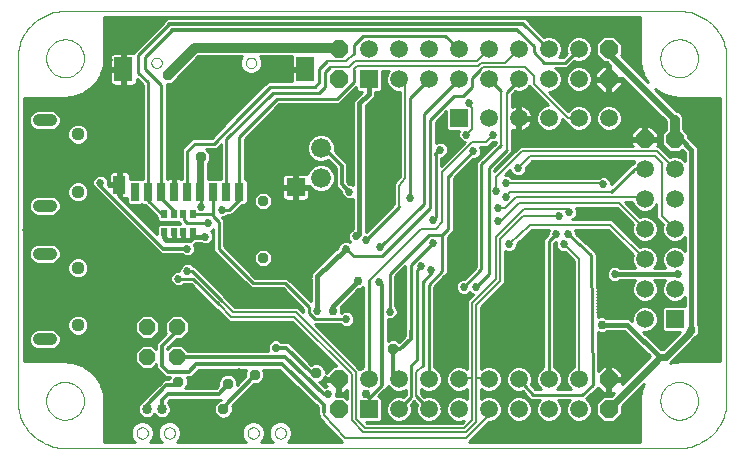
<source format=gbl>
G75*
%MOIN*%
%OFA0B0*%
%FSLAX24Y24*%
%IPPOS*%
%LPD*%
%AMOC8*
5,1,8,0,0,1.08239X$1,22.5*
%
%ADD10OC8,0.0600*%
%ADD11OC8,0.0340*%
%ADD12R,0.0591X0.0591*%
%ADD13C,0.0591*%
%ADD14C,0.0000*%
%ADD15C,0.0660*%
%ADD16OC8,0.0540*%
%ADD17R,0.0300X0.0600*%
%ADD18R,0.0400X0.0600*%
%ADD19R,0.0600X0.0800*%
%ADD20R,0.0600X0.0600*%
%ADD21R,0.0200X0.0300*%
%ADD22C,0.0400*%
%ADD23C,0.0443*%
%ADD24C,0.0300*%
%ADD25C,0.0160*%
%ADD26C,0.0240*%
%ADD27C,0.0337*%
%ADD28C,0.0320*%
%ADD29C,0.0376*%
%ADD30C,0.0120*%
%ADD31C,0.0270*%
%ADD32C,0.0100*%
%ADD33C,0.0320*%
%ADD34C,0.0080*%
%ADD35C,0.0090*%
%ADD36C,0.0297*%
%ADD37C,0.0280*%
D10*
X015087Y004716D03*
X015087Y005716D03*
X024087Y005716D03*
X024088Y004718D03*
X025287Y013716D03*
X026287Y013716D03*
X024087Y015716D03*
X024087Y016716D03*
X015087Y016716D03*
X015087Y015716D03*
D11*
X012556Y011660D03*
X012556Y009738D03*
D12*
X019087Y014416D03*
X016087Y015716D03*
X026287Y007716D03*
X016087Y004716D03*
D13*
X017087Y004716D03*
X018087Y004716D03*
X019087Y004716D03*
X020087Y004716D03*
X021087Y004716D03*
X022087Y004716D03*
X023087Y004716D03*
X023087Y005716D03*
X022087Y005716D03*
X021087Y005716D03*
X020087Y005716D03*
X019087Y005716D03*
X018087Y005716D03*
X017087Y005716D03*
X016087Y005716D03*
X025287Y007716D03*
X025287Y008716D03*
X026287Y008716D03*
X026287Y009716D03*
X025287Y009716D03*
X025287Y010716D03*
X026287Y010716D03*
X026287Y011716D03*
X025287Y011716D03*
X025287Y012716D03*
X026287Y012716D03*
X024087Y014416D03*
X023087Y014416D03*
X022087Y014416D03*
X021087Y014416D03*
X020087Y014416D03*
X020087Y015716D03*
X021087Y015716D03*
X022087Y015716D03*
X023087Y015716D03*
X023087Y016716D03*
X022087Y016716D03*
X021087Y016716D03*
X020087Y016716D03*
X019087Y016716D03*
X018087Y016716D03*
X017087Y016716D03*
X016087Y016716D03*
X017087Y015716D03*
X018087Y015716D03*
X019087Y015716D03*
D14*
X026434Y003416D02*
X005961Y003416D01*
X005331Y004990D02*
X005333Y005040D01*
X005339Y005090D01*
X005349Y005139D01*
X005363Y005187D01*
X005380Y005234D01*
X005401Y005279D01*
X005426Y005323D01*
X005454Y005364D01*
X005486Y005403D01*
X005520Y005440D01*
X005557Y005474D01*
X005597Y005504D01*
X005639Y005531D01*
X005683Y005555D01*
X005729Y005576D01*
X005776Y005592D01*
X005824Y005605D01*
X005874Y005614D01*
X005923Y005619D01*
X005974Y005620D01*
X006024Y005617D01*
X006073Y005610D01*
X006122Y005599D01*
X006170Y005584D01*
X006216Y005566D01*
X006261Y005544D01*
X006304Y005518D01*
X006345Y005489D01*
X006384Y005457D01*
X006420Y005422D01*
X006452Y005384D01*
X006482Y005344D01*
X006509Y005301D01*
X006532Y005257D01*
X006551Y005211D01*
X006567Y005163D01*
X006579Y005114D01*
X006587Y005065D01*
X006591Y005015D01*
X006591Y004965D01*
X006587Y004915D01*
X006579Y004866D01*
X006567Y004817D01*
X006551Y004769D01*
X006532Y004723D01*
X006509Y004679D01*
X006482Y004636D01*
X006452Y004596D01*
X006420Y004558D01*
X006384Y004523D01*
X006345Y004491D01*
X006304Y004462D01*
X006261Y004436D01*
X006216Y004414D01*
X006170Y004396D01*
X006122Y004381D01*
X006073Y004370D01*
X006024Y004363D01*
X005974Y004360D01*
X005923Y004361D01*
X005874Y004366D01*
X005824Y004375D01*
X005776Y004388D01*
X005729Y004404D01*
X005683Y004425D01*
X005639Y004449D01*
X005597Y004476D01*
X005557Y004506D01*
X005520Y004540D01*
X005486Y004577D01*
X005454Y004616D01*
X005426Y004657D01*
X005401Y004701D01*
X005380Y004746D01*
X005363Y004793D01*
X005349Y004841D01*
X005339Y004890D01*
X005333Y004940D01*
X005331Y004990D01*
X004386Y004990D02*
X004388Y004913D01*
X004394Y004836D01*
X004403Y004759D01*
X004416Y004683D01*
X004433Y004607D01*
X004454Y004533D01*
X004478Y004459D01*
X004506Y004387D01*
X004537Y004317D01*
X004572Y004248D01*
X004610Y004180D01*
X004651Y004115D01*
X004696Y004052D01*
X004744Y003991D01*
X004794Y003932D01*
X004847Y003876D01*
X004903Y003823D01*
X004962Y003773D01*
X005023Y003725D01*
X005086Y003680D01*
X005151Y003639D01*
X005219Y003601D01*
X005288Y003566D01*
X005358Y003535D01*
X005430Y003507D01*
X005504Y003483D01*
X005578Y003462D01*
X005654Y003445D01*
X005730Y003432D01*
X005807Y003423D01*
X005884Y003417D01*
X005961Y003415D01*
X005884Y003417D01*
X005807Y003423D01*
X005730Y003432D01*
X005654Y003445D01*
X005578Y003462D01*
X005504Y003483D01*
X005430Y003507D01*
X005358Y003535D01*
X005288Y003566D01*
X005219Y003601D01*
X005151Y003639D01*
X005086Y003680D01*
X005023Y003725D01*
X004962Y003773D01*
X004903Y003823D01*
X004847Y003876D01*
X004794Y003932D01*
X004744Y003991D01*
X004696Y004052D01*
X004651Y004115D01*
X004610Y004180D01*
X004572Y004248D01*
X004537Y004317D01*
X004506Y004387D01*
X004478Y004459D01*
X004454Y004533D01*
X004433Y004607D01*
X004416Y004683D01*
X004403Y004759D01*
X004394Y004836D01*
X004388Y004913D01*
X004386Y004990D01*
X004387Y004990D02*
X004387Y016408D01*
X005331Y016408D02*
X005333Y016458D01*
X005339Y016508D01*
X005349Y016557D01*
X005363Y016605D01*
X005380Y016652D01*
X005401Y016697D01*
X005426Y016741D01*
X005454Y016782D01*
X005486Y016821D01*
X005520Y016858D01*
X005557Y016892D01*
X005597Y016922D01*
X005639Y016949D01*
X005683Y016973D01*
X005729Y016994D01*
X005776Y017010D01*
X005824Y017023D01*
X005874Y017032D01*
X005923Y017037D01*
X005974Y017038D01*
X006024Y017035D01*
X006073Y017028D01*
X006122Y017017D01*
X006170Y017002D01*
X006216Y016984D01*
X006261Y016962D01*
X006304Y016936D01*
X006345Y016907D01*
X006384Y016875D01*
X006420Y016840D01*
X006452Y016802D01*
X006482Y016762D01*
X006509Y016719D01*
X006532Y016675D01*
X006551Y016629D01*
X006567Y016581D01*
X006579Y016532D01*
X006587Y016483D01*
X006591Y016433D01*
X006591Y016383D01*
X006587Y016333D01*
X006579Y016284D01*
X006567Y016235D01*
X006551Y016187D01*
X006532Y016141D01*
X006509Y016097D01*
X006482Y016054D01*
X006452Y016014D01*
X006420Y015976D01*
X006384Y015941D01*
X006345Y015909D01*
X006304Y015880D01*
X006261Y015854D01*
X006216Y015832D01*
X006170Y015814D01*
X006122Y015799D01*
X006073Y015788D01*
X006024Y015781D01*
X005974Y015778D01*
X005923Y015779D01*
X005874Y015784D01*
X005824Y015793D01*
X005776Y015806D01*
X005729Y015822D01*
X005683Y015843D01*
X005639Y015867D01*
X005597Y015894D01*
X005557Y015924D01*
X005520Y015958D01*
X005486Y015995D01*
X005454Y016034D01*
X005426Y016075D01*
X005401Y016119D01*
X005380Y016164D01*
X005363Y016211D01*
X005349Y016259D01*
X005339Y016308D01*
X005333Y016358D01*
X005331Y016408D01*
X004386Y016408D02*
X004388Y016485D01*
X004394Y016562D01*
X004403Y016639D01*
X004416Y016715D01*
X004433Y016791D01*
X004454Y016865D01*
X004478Y016939D01*
X004506Y017011D01*
X004537Y017081D01*
X004572Y017150D01*
X004610Y017218D01*
X004651Y017283D01*
X004696Y017346D01*
X004744Y017407D01*
X004794Y017466D01*
X004847Y017522D01*
X004903Y017575D01*
X004962Y017625D01*
X005023Y017673D01*
X005086Y017718D01*
X005151Y017759D01*
X005219Y017797D01*
X005288Y017832D01*
X005358Y017863D01*
X005430Y017891D01*
X005504Y017915D01*
X005578Y017936D01*
X005654Y017953D01*
X005730Y017966D01*
X005807Y017975D01*
X005884Y017981D01*
X005961Y017983D01*
X026434Y017983D01*
X025804Y016408D02*
X025806Y016458D01*
X025812Y016508D01*
X025822Y016557D01*
X025836Y016605D01*
X025853Y016652D01*
X025874Y016697D01*
X025899Y016741D01*
X025927Y016782D01*
X025959Y016821D01*
X025993Y016858D01*
X026030Y016892D01*
X026070Y016922D01*
X026112Y016949D01*
X026156Y016973D01*
X026202Y016994D01*
X026249Y017010D01*
X026297Y017023D01*
X026347Y017032D01*
X026396Y017037D01*
X026447Y017038D01*
X026497Y017035D01*
X026546Y017028D01*
X026595Y017017D01*
X026643Y017002D01*
X026689Y016984D01*
X026734Y016962D01*
X026777Y016936D01*
X026818Y016907D01*
X026857Y016875D01*
X026893Y016840D01*
X026925Y016802D01*
X026955Y016762D01*
X026982Y016719D01*
X027005Y016675D01*
X027024Y016629D01*
X027040Y016581D01*
X027052Y016532D01*
X027060Y016483D01*
X027064Y016433D01*
X027064Y016383D01*
X027060Y016333D01*
X027052Y016284D01*
X027040Y016235D01*
X027024Y016187D01*
X027005Y016141D01*
X026982Y016097D01*
X026955Y016054D01*
X026925Y016014D01*
X026893Y015976D01*
X026857Y015941D01*
X026818Y015909D01*
X026777Y015880D01*
X026734Y015854D01*
X026689Y015832D01*
X026643Y015814D01*
X026595Y015799D01*
X026546Y015788D01*
X026497Y015781D01*
X026447Y015778D01*
X026396Y015779D01*
X026347Y015784D01*
X026297Y015793D01*
X026249Y015806D01*
X026202Y015822D01*
X026156Y015843D01*
X026112Y015867D01*
X026070Y015894D01*
X026030Y015924D01*
X025993Y015958D01*
X025959Y015995D01*
X025927Y016034D01*
X025899Y016075D01*
X025874Y016119D01*
X025853Y016164D01*
X025836Y016211D01*
X025822Y016259D01*
X025812Y016308D01*
X025806Y016358D01*
X025804Y016408D01*
X026434Y017983D02*
X026511Y017981D01*
X026588Y017975D01*
X026665Y017966D01*
X026741Y017953D01*
X026817Y017936D01*
X026891Y017915D01*
X026965Y017891D01*
X027037Y017863D01*
X027107Y017832D01*
X027176Y017797D01*
X027244Y017759D01*
X027309Y017718D01*
X027372Y017673D01*
X027433Y017625D01*
X027492Y017575D01*
X027548Y017522D01*
X027601Y017466D01*
X027651Y017407D01*
X027699Y017346D01*
X027744Y017283D01*
X027785Y017218D01*
X027823Y017150D01*
X027858Y017081D01*
X027889Y017011D01*
X027917Y016939D01*
X027941Y016865D01*
X027962Y016791D01*
X027979Y016715D01*
X027992Y016639D01*
X028001Y016562D01*
X028007Y016485D01*
X028009Y016408D01*
X028009Y004990D01*
X025804Y004990D02*
X025806Y005040D01*
X025812Y005090D01*
X025822Y005139D01*
X025836Y005187D01*
X025853Y005234D01*
X025874Y005279D01*
X025899Y005323D01*
X025927Y005364D01*
X025959Y005403D01*
X025993Y005440D01*
X026030Y005474D01*
X026070Y005504D01*
X026112Y005531D01*
X026156Y005555D01*
X026202Y005576D01*
X026249Y005592D01*
X026297Y005605D01*
X026347Y005614D01*
X026396Y005619D01*
X026447Y005620D01*
X026497Y005617D01*
X026546Y005610D01*
X026595Y005599D01*
X026643Y005584D01*
X026689Y005566D01*
X026734Y005544D01*
X026777Y005518D01*
X026818Y005489D01*
X026857Y005457D01*
X026893Y005422D01*
X026925Y005384D01*
X026955Y005344D01*
X026982Y005301D01*
X027005Y005257D01*
X027024Y005211D01*
X027040Y005163D01*
X027052Y005114D01*
X027060Y005065D01*
X027064Y005015D01*
X027064Y004965D01*
X027060Y004915D01*
X027052Y004866D01*
X027040Y004817D01*
X027024Y004769D01*
X027005Y004723D01*
X026982Y004679D01*
X026955Y004636D01*
X026925Y004596D01*
X026893Y004558D01*
X026857Y004523D01*
X026818Y004491D01*
X026777Y004462D01*
X026734Y004436D01*
X026689Y004414D01*
X026643Y004396D01*
X026595Y004381D01*
X026546Y004370D01*
X026497Y004363D01*
X026447Y004360D01*
X026396Y004361D01*
X026347Y004366D01*
X026297Y004375D01*
X026249Y004388D01*
X026202Y004404D01*
X026156Y004425D01*
X026112Y004449D01*
X026070Y004476D01*
X026030Y004506D01*
X025993Y004540D01*
X025959Y004577D01*
X025927Y004616D01*
X025899Y004657D01*
X025874Y004701D01*
X025853Y004746D01*
X025836Y004793D01*
X025822Y004841D01*
X025812Y004890D01*
X025806Y004940D01*
X025804Y004990D01*
X026434Y003415D02*
X026511Y003417D01*
X026588Y003423D01*
X026665Y003432D01*
X026741Y003445D01*
X026817Y003462D01*
X026891Y003483D01*
X026965Y003507D01*
X027037Y003535D01*
X027107Y003566D01*
X027176Y003601D01*
X027244Y003639D01*
X027309Y003680D01*
X027372Y003725D01*
X027433Y003773D01*
X027492Y003823D01*
X027548Y003876D01*
X027601Y003932D01*
X027651Y003991D01*
X027699Y004052D01*
X027744Y004115D01*
X027785Y004180D01*
X027823Y004248D01*
X027858Y004317D01*
X027889Y004387D01*
X027917Y004459D01*
X027941Y004533D01*
X027962Y004607D01*
X027979Y004683D01*
X027992Y004759D01*
X028001Y004836D01*
X028007Y004913D01*
X028009Y004990D01*
X028007Y004913D01*
X028001Y004836D01*
X027992Y004759D01*
X027979Y004683D01*
X027962Y004607D01*
X027941Y004533D01*
X027917Y004459D01*
X027889Y004387D01*
X027858Y004317D01*
X027823Y004248D01*
X027785Y004180D01*
X027744Y004115D01*
X027699Y004052D01*
X027651Y003991D01*
X027601Y003932D01*
X027548Y003876D01*
X027492Y003823D01*
X027433Y003773D01*
X027372Y003725D01*
X027309Y003680D01*
X027244Y003639D01*
X027176Y003601D01*
X027107Y003566D01*
X027037Y003535D01*
X026965Y003507D01*
X026891Y003483D01*
X026817Y003462D01*
X026741Y003445D01*
X026665Y003432D01*
X026588Y003423D01*
X026511Y003417D01*
X026434Y003415D01*
X012952Y003916D02*
X012954Y003943D01*
X012960Y003969D01*
X012969Y003994D01*
X012982Y004017D01*
X012998Y004038D01*
X013017Y004057D01*
X013038Y004073D01*
X013061Y004086D01*
X013086Y004095D01*
X013112Y004101D01*
X013139Y004103D01*
X013166Y004101D01*
X013192Y004095D01*
X013217Y004086D01*
X013240Y004073D01*
X013261Y004057D01*
X013280Y004038D01*
X013296Y004017D01*
X013309Y003994D01*
X013318Y003969D01*
X013324Y003943D01*
X013326Y003916D01*
X013324Y003889D01*
X013318Y003863D01*
X013309Y003838D01*
X013296Y003815D01*
X013280Y003794D01*
X013261Y003775D01*
X013240Y003759D01*
X013217Y003746D01*
X013192Y003737D01*
X013166Y003731D01*
X013139Y003729D01*
X013112Y003731D01*
X013086Y003737D01*
X013061Y003746D01*
X013038Y003759D01*
X013017Y003775D01*
X012998Y003794D01*
X012982Y003815D01*
X012969Y003838D01*
X012960Y003863D01*
X012954Y003889D01*
X012952Y003916D01*
X012047Y003916D02*
X012049Y003943D01*
X012055Y003969D01*
X012064Y003994D01*
X012077Y004017D01*
X012093Y004038D01*
X012112Y004057D01*
X012133Y004073D01*
X012156Y004086D01*
X012181Y004095D01*
X012207Y004101D01*
X012234Y004103D01*
X012261Y004101D01*
X012287Y004095D01*
X012312Y004086D01*
X012335Y004073D01*
X012356Y004057D01*
X012375Y004038D01*
X012391Y004017D01*
X012404Y003994D01*
X012413Y003969D01*
X012419Y003943D01*
X012421Y003916D01*
X012419Y003889D01*
X012413Y003863D01*
X012404Y003838D01*
X012391Y003815D01*
X012375Y003794D01*
X012356Y003775D01*
X012335Y003759D01*
X012312Y003746D01*
X012287Y003737D01*
X012261Y003731D01*
X012234Y003729D01*
X012207Y003731D01*
X012181Y003737D01*
X012156Y003746D01*
X012133Y003759D01*
X012112Y003775D01*
X012093Y003794D01*
X012077Y003815D01*
X012064Y003838D01*
X012055Y003863D01*
X012049Y003889D01*
X012047Y003916D01*
X009252Y003916D02*
X009254Y003943D01*
X009260Y003969D01*
X009269Y003994D01*
X009282Y004017D01*
X009298Y004038D01*
X009317Y004057D01*
X009338Y004073D01*
X009361Y004086D01*
X009386Y004095D01*
X009412Y004101D01*
X009439Y004103D01*
X009466Y004101D01*
X009492Y004095D01*
X009517Y004086D01*
X009540Y004073D01*
X009561Y004057D01*
X009580Y004038D01*
X009596Y004017D01*
X009609Y003994D01*
X009618Y003969D01*
X009624Y003943D01*
X009626Y003916D01*
X009624Y003889D01*
X009618Y003863D01*
X009609Y003838D01*
X009596Y003815D01*
X009580Y003794D01*
X009561Y003775D01*
X009540Y003759D01*
X009517Y003746D01*
X009492Y003737D01*
X009466Y003731D01*
X009439Y003729D01*
X009412Y003731D01*
X009386Y003737D01*
X009361Y003746D01*
X009338Y003759D01*
X009317Y003775D01*
X009298Y003794D01*
X009282Y003815D01*
X009269Y003838D01*
X009260Y003863D01*
X009254Y003889D01*
X009252Y003916D01*
X008347Y003916D02*
X008349Y003943D01*
X008355Y003969D01*
X008364Y003994D01*
X008377Y004017D01*
X008393Y004038D01*
X008412Y004057D01*
X008433Y004073D01*
X008456Y004086D01*
X008481Y004095D01*
X008507Y004101D01*
X008534Y004103D01*
X008561Y004101D01*
X008587Y004095D01*
X008612Y004086D01*
X008635Y004073D01*
X008656Y004057D01*
X008675Y004038D01*
X008691Y004017D01*
X008704Y003994D01*
X008713Y003969D01*
X008719Y003943D01*
X008721Y003916D01*
X008719Y003889D01*
X008713Y003863D01*
X008704Y003838D01*
X008691Y003815D01*
X008675Y003794D01*
X008656Y003775D01*
X008635Y003759D01*
X008612Y003746D01*
X008587Y003737D01*
X008561Y003731D01*
X008534Y003729D01*
X008507Y003731D01*
X008481Y003737D01*
X008456Y003746D01*
X008433Y003759D01*
X008412Y003775D01*
X008393Y003794D01*
X008377Y003815D01*
X008364Y003838D01*
X008355Y003863D01*
X008349Y003889D01*
X008347Y003916D01*
X008838Y016253D02*
X008840Y016279D01*
X008846Y016305D01*
X008855Y016329D01*
X008868Y016352D01*
X008885Y016372D01*
X008904Y016390D01*
X008926Y016405D01*
X008949Y016416D01*
X008974Y016424D01*
X009000Y016428D01*
X009026Y016428D01*
X009052Y016424D01*
X009077Y016416D01*
X009101Y016405D01*
X009122Y016390D01*
X009141Y016372D01*
X009158Y016352D01*
X009171Y016329D01*
X009180Y016305D01*
X009186Y016279D01*
X009188Y016253D01*
X009186Y016227D01*
X009180Y016201D01*
X009171Y016177D01*
X009158Y016154D01*
X009141Y016134D01*
X009122Y016116D01*
X009100Y016101D01*
X009077Y016090D01*
X009052Y016082D01*
X009026Y016078D01*
X009000Y016078D01*
X008974Y016082D01*
X008949Y016090D01*
X008925Y016101D01*
X008904Y016116D01*
X008885Y016134D01*
X008868Y016154D01*
X008855Y016177D01*
X008846Y016201D01*
X008840Y016227D01*
X008838Y016253D01*
X005961Y017983D02*
X005884Y017981D01*
X005807Y017975D01*
X005730Y017966D01*
X005654Y017953D01*
X005578Y017936D01*
X005504Y017915D01*
X005430Y017891D01*
X005358Y017863D01*
X005288Y017832D01*
X005219Y017797D01*
X005151Y017759D01*
X005086Y017718D01*
X005023Y017673D01*
X004962Y017625D01*
X004903Y017575D01*
X004847Y017522D01*
X004794Y017466D01*
X004744Y017407D01*
X004696Y017346D01*
X004651Y017283D01*
X004610Y017218D01*
X004572Y017150D01*
X004537Y017081D01*
X004506Y017011D01*
X004478Y016939D01*
X004454Y016865D01*
X004433Y016791D01*
X004416Y016715D01*
X004403Y016639D01*
X004394Y016562D01*
X004388Y016485D01*
X004386Y016408D01*
X011988Y016253D02*
X011990Y016279D01*
X011996Y016305D01*
X012005Y016329D01*
X012018Y016352D01*
X012035Y016372D01*
X012054Y016390D01*
X012076Y016405D01*
X012099Y016416D01*
X012124Y016424D01*
X012150Y016428D01*
X012176Y016428D01*
X012202Y016424D01*
X012227Y016416D01*
X012251Y016405D01*
X012272Y016390D01*
X012291Y016372D01*
X012308Y016352D01*
X012321Y016329D01*
X012330Y016305D01*
X012336Y016279D01*
X012338Y016253D01*
X012336Y016227D01*
X012330Y016201D01*
X012321Y016177D01*
X012308Y016154D01*
X012291Y016134D01*
X012272Y016116D01*
X012250Y016101D01*
X012227Y016090D01*
X012202Y016082D01*
X012176Y016078D01*
X012150Y016078D01*
X012124Y016082D01*
X012099Y016090D01*
X012075Y016101D01*
X012054Y016116D01*
X012035Y016134D01*
X012018Y016154D01*
X012005Y016177D01*
X011996Y016201D01*
X011990Y016227D01*
X011988Y016253D01*
X026434Y017983D02*
X026511Y017981D01*
X026588Y017975D01*
X026665Y017966D01*
X026741Y017953D01*
X026817Y017936D01*
X026891Y017915D01*
X026965Y017891D01*
X027037Y017863D01*
X027107Y017832D01*
X027176Y017797D01*
X027244Y017759D01*
X027309Y017718D01*
X027372Y017673D01*
X027433Y017625D01*
X027492Y017575D01*
X027548Y017522D01*
X027601Y017466D01*
X027651Y017407D01*
X027699Y017346D01*
X027744Y017283D01*
X027785Y017218D01*
X027823Y017150D01*
X027858Y017081D01*
X027889Y017011D01*
X027917Y016939D01*
X027941Y016865D01*
X027962Y016791D01*
X027979Y016715D01*
X027992Y016639D01*
X028001Y016562D01*
X028007Y016485D01*
X028009Y016408D01*
D15*
X014487Y013416D03*
X014487Y012416D03*
D16*
X009687Y007466D03*
X008687Y007466D03*
X008687Y006466D03*
X009687Y006466D03*
D17*
X009604Y011962D03*
X010037Y011962D03*
X010470Y011962D03*
X010903Y011962D03*
X011336Y011962D03*
X011769Y011962D03*
X009170Y011962D03*
X008737Y011962D03*
X008304Y011962D03*
D18*
X007774Y012198D03*
D19*
X007911Y016046D03*
X013974Y016046D03*
D20*
X013651Y012116D03*
D21*
X010212Y011216D03*
X009887Y011216D03*
X009587Y011216D03*
X009262Y011216D03*
X009262Y010616D03*
X009587Y010616D03*
X009887Y010616D03*
X010212Y010616D03*
D22*
X005487Y009893D02*
X005087Y009893D01*
X005087Y011488D02*
X005487Y011488D01*
X005487Y014343D02*
X005087Y014343D01*
X005087Y007038D02*
X005487Y007038D01*
D23*
X006389Y007511D03*
X006389Y009420D03*
X006389Y011961D03*
X006389Y013870D03*
D24*
X014898Y007998D03*
X015717Y008986D03*
X023851Y007524D03*
D25*
X024679Y007524D01*
X025787Y006466D01*
X026837Y007416D02*
X026837Y013366D01*
X026487Y013716D01*
X026287Y013716D01*
X026387Y009216D02*
X024287Y009216D01*
X017468Y011737D02*
X017457Y011737D01*
X015775Y010551D02*
X015666Y010470D01*
X015775Y010551D02*
X015775Y014907D01*
X016087Y015218D01*
X016087Y015716D01*
X017937Y015566D02*
X018087Y015716D01*
X010212Y010616D02*
X010187Y010591D01*
X010187Y010416D01*
X010237Y010466D01*
X010637Y010466D01*
X010187Y010416D02*
X010137Y010366D01*
X009887Y010366D01*
X009887Y010616D01*
X009887Y010416D01*
X009837Y010366D01*
X009587Y010366D01*
X009587Y010416D01*
X009587Y010616D01*
X009587Y010416D02*
X009537Y010366D01*
X009337Y010366D01*
X009262Y010441D01*
X009262Y010616D01*
X009604Y011962D02*
X009604Y013016D01*
X009587Y013016D01*
X014356Y009137D02*
X015335Y010066D01*
X014356Y009137D02*
X014356Y007998D01*
X014898Y007998D02*
X014898Y008167D01*
X015717Y008986D01*
D26*
X010470Y011962D02*
X010470Y013149D01*
X010487Y013116D01*
X024087Y016566D02*
X026287Y014366D01*
X026837Y007416D02*
X026837Y007316D01*
X025987Y006466D01*
X025787Y006466D01*
X024089Y004718D01*
X024088Y004718D01*
D27*
X009187Y004716D03*
X008687Y004716D03*
D28*
X009387Y015866D02*
X010287Y016766D01*
X015037Y016766D01*
X015087Y016716D01*
X024087Y016716D02*
X024087Y016566D01*
X026287Y014366D02*
X026287Y013716D01*
D29*
X019168Y010868D03*
X019168Y010118D03*
X016887Y006716D03*
X014337Y005916D03*
X012287Y005866D03*
X011387Y005566D03*
X011237Y004716D03*
X009737Y005616D03*
X006387Y011166D03*
X009587Y013016D03*
X010487Y013116D03*
X009387Y015866D03*
D30*
X009537Y017366D02*
X021037Y017366D01*
X021237Y017566D02*
X009437Y017566D01*
X014487Y013416D02*
X014587Y013416D01*
X015187Y012816D01*
X015187Y012216D01*
X015437Y011966D01*
X018317Y013176D02*
X018317Y013209D01*
X018468Y013361D01*
X016431Y008946D02*
X016531Y008846D01*
X016531Y005527D01*
X016887Y005916D02*
X017087Y005716D01*
X016887Y005916D02*
X016887Y006716D01*
X017137Y006716D01*
X017487Y007066D01*
X017487Y007316D01*
X014337Y005916D02*
X014187Y005916D01*
X013337Y006766D01*
X012987Y006766D01*
X013287Y006466D02*
X009687Y006466D01*
X009637Y006466D01*
X009187Y006166D02*
X009387Y005966D01*
X010087Y005966D01*
X010337Y006216D01*
X013187Y006216D01*
X014587Y004866D01*
X014587Y004616D01*
X014587Y005216D02*
X013287Y006466D01*
X012287Y005866D02*
X011237Y004766D01*
X011237Y004716D01*
X011087Y005216D02*
X011387Y005566D01*
X011087Y005216D02*
X009387Y005216D01*
X009187Y005016D01*
X009187Y004716D01*
X008687Y004716D02*
X008687Y004866D01*
X009337Y005516D01*
X009637Y005516D01*
X009737Y005616D01*
X009187Y006166D02*
X009187Y006816D01*
X009687Y007316D01*
X009687Y007466D01*
X010037Y010066D02*
X009237Y010066D01*
X007137Y012166D01*
X007137Y012266D01*
X014587Y005216D02*
X014737Y005216D01*
X015954Y005216D02*
X016087Y005083D01*
X015987Y005216D02*
X015954Y005216D01*
D31*
X014737Y005216D03*
X018587Y004716D03*
X020087Y003696D03*
X018587Y006016D03*
X020387Y007666D03*
X021137Y008166D03*
X019661Y008786D03*
X019256Y008786D03*
X018160Y009363D03*
X017815Y009471D03*
X018219Y010240D03*
X018220Y011030D03*
X017457Y011737D03*
X015437Y011966D03*
X015666Y010470D03*
X015991Y010357D03*
X016457Y010117D03*
X015335Y010066D03*
X016431Y008946D03*
X016787Y007966D03*
X015337Y007716D03*
X014356Y007998D03*
X010637Y010466D03*
X010037Y010066D03*
X010037Y009316D03*
X009737Y009066D03*
X008987Y009866D03*
X010737Y010916D03*
X010487Y011466D03*
X011187Y011366D03*
X011387Y010966D03*
X007137Y012266D03*
X018468Y013361D03*
X019337Y013866D03*
X019571Y013316D03*
X020242Y013866D03*
X019437Y014916D03*
X021064Y012736D03*
X020646Y012254D03*
X020332Y011991D03*
X020646Y011794D03*
X020382Y011420D03*
X020382Y010974D03*
X020755Y010216D03*
X022328Y010555D03*
X022730Y010559D03*
X022591Y010211D03*
X023482Y010569D03*
X023737Y009966D03*
X024287Y009216D03*
X023887Y008166D03*
X024257Y007156D03*
X026387Y009216D03*
X023887Y011266D03*
X022757Y011275D03*
X022417Y011146D03*
X023906Y012206D03*
X022417Y009496D03*
D32*
X022267Y009523D02*
X022917Y009523D01*
X022917Y009621D02*
X022267Y009621D01*
X022267Y009720D02*
X022842Y009720D01*
X022917Y009645D02*
X022615Y009946D01*
X022538Y009946D01*
X022441Y009986D01*
X022366Y010061D01*
X022326Y010158D01*
X022326Y010264D01*
X022337Y010290D01*
X022318Y010290D01*
X022267Y010239D01*
X022267Y006101D01*
X022328Y006076D01*
X022447Y005957D01*
X022512Y005800D01*
X022512Y005631D01*
X022447Y005475D01*
X022348Y005376D01*
X022825Y005376D01*
X022726Y005475D01*
X022661Y005631D01*
X022661Y005800D01*
X022726Y005957D01*
X022846Y006076D01*
X022917Y006106D01*
X022917Y009645D01*
X022917Y009424D02*
X022267Y009424D01*
X022267Y009326D02*
X022917Y009326D01*
X022917Y009227D02*
X022267Y009227D01*
X022267Y009129D02*
X022917Y009129D01*
X022917Y009030D02*
X022267Y009030D01*
X022267Y008932D02*
X022917Y008932D01*
X022917Y008833D02*
X022267Y008833D01*
X022267Y008735D02*
X022917Y008735D01*
X022917Y008636D02*
X022267Y008636D01*
X022267Y008538D02*
X022917Y008538D01*
X022917Y008439D02*
X022267Y008439D01*
X022267Y008341D02*
X022917Y008341D01*
X022917Y008242D02*
X022267Y008242D01*
X022267Y008144D02*
X022917Y008144D01*
X022917Y008045D02*
X022267Y008045D01*
X022267Y007947D02*
X022917Y007947D01*
X022917Y007848D02*
X022267Y007848D01*
X022267Y007750D02*
X022917Y007750D01*
X022917Y007651D02*
X022267Y007651D01*
X022267Y007553D02*
X022917Y007553D01*
X022917Y007454D02*
X022267Y007454D01*
X022267Y007356D02*
X022917Y007356D01*
X022917Y007257D02*
X022267Y007257D01*
X022267Y007159D02*
X022917Y007159D01*
X022917Y007060D02*
X022267Y007060D01*
X022267Y006962D02*
X022917Y006962D01*
X022917Y006863D02*
X022267Y006863D01*
X022267Y006765D02*
X022917Y006765D01*
X022917Y006666D02*
X022267Y006666D01*
X022267Y006568D02*
X022917Y006568D01*
X022917Y006469D02*
X022267Y006469D01*
X022267Y006371D02*
X022917Y006371D01*
X022917Y006272D02*
X022267Y006272D01*
X022267Y006174D02*
X022917Y006174D01*
X022845Y006075D02*
X022329Y006075D01*
X022427Y005977D02*
X022746Y005977D01*
X022694Y005878D02*
X022480Y005878D01*
X022512Y005780D02*
X022661Y005780D01*
X022661Y005681D02*
X022512Y005681D01*
X022492Y005583D02*
X022681Y005583D01*
X022722Y005484D02*
X022451Y005484D01*
X022358Y005386D02*
X022815Y005386D01*
X023193Y005196D02*
X023559Y005512D01*
X023509Y009840D01*
X022730Y010559D01*
X022995Y010560D02*
X022995Y010612D01*
X022961Y010696D01*
X024058Y010696D01*
X024888Y009865D01*
X024861Y009800D01*
X024861Y009631D01*
X024926Y009475D01*
X024975Y009426D01*
X024451Y009426D01*
X024437Y009440D01*
X024339Y009481D01*
X024234Y009481D01*
X024137Y009440D01*
X024062Y009366D01*
X024022Y009268D01*
X024022Y009163D01*
X024062Y009066D01*
X024137Y008991D01*
X024234Y008951D01*
X024339Y008951D01*
X024437Y008991D01*
X024451Y009006D01*
X024975Y009006D01*
X024926Y008957D01*
X024861Y008800D01*
X024861Y008631D01*
X024926Y008475D01*
X025046Y008355D01*
X025202Y008290D01*
X025371Y008290D01*
X025528Y008355D01*
X025647Y008475D01*
X025712Y008631D01*
X025712Y008800D01*
X025647Y008957D01*
X025598Y009006D01*
X025975Y009006D01*
X025926Y008957D01*
X025861Y008800D01*
X025861Y008631D01*
X025926Y008475D01*
X026046Y008355D01*
X026202Y008290D01*
X026371Y008290D01*
X026528Y008355D01*
X026627Y008454D01*
X026627Y008141D01*
X025937Y008141D01*
X025861Y008065D01*
X025861Y007366D01*
X025937Y007290D01*
X026458Y007290D01*
X025883Y006716D01*
X025834Y006716D01*
X025833Y006716D01*
X025828Y006716D01*
X025227Y007290D01*
X025371Y007290D01*
X025528Y007355D01*
X025647Y007475D01*
X025712Y007631D01*
X025712Y007800D01*
X025647Y007957D01*
X025528Y008076D01*
X025371Y008141D01*
X025202Y008141D01*
X025046Y008076D01*
X024926Y007957D01*
X024861Y007800D01*
X024861Y007639D01*
X024825Y007674D01*
X024766Y007734D01*
X024763Y007734D01*
X024761Y007736D01*
X024676Y007734D01*
X024037Y007734D01*
X024010Y007761D01*
X023907Y007804D01*
X023796Y007804D01*
X023713Y007769D01*
X023690Y009771D01*
X023692Y009773D01*
X023689Y009845D01*
X023688Y009917D01*
X023686Y009919D01*
X023686Y009922D01*
X023633Y009971D01*
X023582Y010021D01*
X023579Y010021D01*
X022995Y010560D01*
X022995Y010606D02*
X024148Y010606D01*
X024246Y010508D02*
X023052Y010508D01*
X023158Y010409D02*
X024345Y010409D01*
X024443Y010311D02*
X023265Y010311D01*
X023372Y010212D02*
X024542Y010212D01*
X024640Y010114D02*
X023478Y010114D01*
X023588Y010015D02*
X024739Y010015D01*
X024837Y009917D02*
X023688Y009917D01*
X023690Y009818D02*
X024869Y009818D01*
X024861Y009720D02*
X023690Y009720D01*
X023692Y009621D02*
X024865Y009621D01*
X024906Y009523D02*
X023693Y009523D01*
X023694Y009424D02*
X024120Y009424D01*
X024045Y009326D02*
X023695Y009326D01*
X023696Y009227D02*
X024022Y009227D01*
X024036Y009129D02*
X023697Y009129D01*
X023698Y009030D02*
X024097Y009030D01*
X023700Y008932D02*
X024916Y008932D01*
X024875Y008833D02*
X023701Y008833D01*
X023702Y008735D02*
X024861Y008735D01*
X024861Y008636D02*
X023703Y008636D01*
X023704Y008538D02*
X024900Y008538D01*
X024962Y008439D02*
X023705Y008439D01*
X023706Y008341D02*
X025081Y008341D01*
X025015Y008045D02*
X023710Y008045D01*
X023711Y007947D02*
X024922Y007947D01*
X024881Y007848D02*
X023712Y007848D01*
X024021Y007750D02*
X024861Y007750D01*
X024849Y007651D02*
X024861Y007651D01*
X024594Y007314D02*
X025459Y006488D01*
X024537Y005538D01*
X024537Y005666D01*
X024137Y005666D01*
X024137Y005766D01*
X024037Y005766D01*
X024037Y006166D01*
X023900Y006166D01*
X023733Y005999D01*
X023719Y007276D01*
X023796Y007244D01*
X023907Y007244D01*
X024010Y007286D01*
X024037Y007314D01*
X024594Y007314D01*
X024654Y007257D02*
X023940Y007257D01*
X023763Y007257D02*
X023719Y007257D01*
X023720Y007159D02*
X024757Y007159D01*
X024860Y007060D02*
X023721Y007060D01*
X023722Y006962D02*
X024963Y006962D01*
X025066Y006863D02*
X023723Y006863D01*
X023725Y006765D02*
X025169Y006765D01*
X025273Y006666D02*
X023726Y006666D01*
X023727Y006568D02*
X025376Y006568D01*
X025441Y006469D02*
X023728Y006469D01*
X023729Y006371D02*
X025346Y006371D01*
X025250Y006272D02*
X023730Y006272D01*
X023731Y006174D02*
X025154Y006174D01*
X025059Y006075D02*
X024364Y006075D01*
X024273Y006166D02*
X024137Y006166D01*
X024137Y005766D01*
X024537Y005766D01*
X024537Y005902D01*
X024273Y006166D01*
X024137Y006075D02*
X024037Y006075D01*
X024037Y005977D02*
X024137Y005977D01*
X024137Y005878D02*
X024037Y005878D01*
X024037Y005780D02*
X024137Y005780D01*
X024137Y005681D02*
X024676Y005681D01*
X024580Y005583D02*
X024537Y005583D01*
X024537Y005780D02*
X024772Y005780D01*
X024867Y005878D02*
X024537Y005878D01*
X024462Y005977D02*
X024963Y005977D01*
X025247Y005551D02*
X025241Y005535D01*
X025220Y005496D01*
X025223Y005486D01*
X025194Y005409D01*
X025185Y005403D01*
X025176Y005360D01*
X025160Y005318D01*
X025164Y005309D01*
X025147Y005228D01*
X025139Y005221D01*
X025136Y005177D01*
X025126Y005134D01*
X025132Y005125D01*
X025127Y005048D01*
X025123Y005044D01*
X025123Y004995D01*
X025119Y004946D01*
X025123Y004942D01*
X025123Y003616D01*
X019427Y003616D01*
X020102Y004290D01*
X020171Y004290D01*
X020328Y004355D01*
X020447Y004475D01*
X020512Y004631D01*
X020512Y004800D01*
X020447Y004957D01*
X020328Y005076D01*
X020171Y005141D01*
X020002Y005141D01*
X019846Y005076D01*
X019827Y005057D01*
X019827Y005374D01*
X019846Y005355D01*
X020002Y005290D01*
X020171Y005290D01*
X020328Y005355D01*
X020447Y005475D01*
X020512Y005631D01*
X020512Y005800D01*
X020447Y005957D01*
X020328Y006076D01*
X020171Y006141D01*
X020002Y006141D01*
X019846Y006076D01*
X019827Y006057D01*
X019827Y008116D01*
X020527Y008817D01*
X020627Y008916D01*
X020627Y009982D01*
X020702Y009951D01*
X020808Y009951D01*
X020905Y009991D01*
X020980Y010065D01*
X021020Y010163D01*
X021020Y010230D01*
X021520Y010696D01*
X022100Y010696D01*
X022063Y010608D01*
X022063Y010545D01*
X021907Y010388D01*
X021907Y006101D01*
X021846Y006076D01*
X021726Y005957D01*
X021661Y005800D01*
X021661Y005631D01*
X021726Y005475D01*
X021825Y005376D01*
X021637Y005376D01*
X021479Y005550D01*
X021512Y005631D01*
X021512Y005800D01*
X021447Y005957D01*
X021328Y006076D01*
X021171Y006141D01*
X021002Y006141D01*
X020846Y006076D01*
X020726Y005957D01*
X020661Y005800D01*
X020661Y005631D01*
X020726Y005475D01*
X020846Y005355D01*
X021002Y005290D01*
X021171Y005290D01*
X021213Y005308D01*
X021377Y005126D01*
X021377Y005121D01*
X021426Y005072D01*
X021473Y005020D01*
X021478Y005019D01*
X021482Y005016D01*
X021552Y005016D01*
X021622Y005012D01*
X021626Y005016D01*
X021785Y005016D01*
X021726Y004957D01*
X021661Y004800D01*
X021661Y004631D01*
X021726Y004475D01*
X021846Y004355D01*
X022002Y004290D01*
X022171Y004290D01*
X022328Y004355D01*
X022447Y004475D01*
X022512Y004631D01*
X022512Y004800D01*
X022447Y004957D01*
X022388Y005016D01*
X022785Y005016D01*
X022726Y004957D01*
X022661Y004800D01*
X022661Y004631D01*
X022726Y004475D01*
X022846Y004355D01*
X023002Y004290D01*
X023171Y004290D01*
X023328Y004355D01*
X023447Y004475D01*
X023512Y004631D01*
X023512Y004800D01*
X023447Y004957D01*
X023329Y005075D01*
X023627Y005332D01*
X023636Y005332D01*
X023682Y005380D01*
X023733Y005424D01*
X023734Y005432D01*
X023900Y005266D01*
X024037Y005266D01*
X024037Y005666D01*
X024137Y005666D01*
X024137Y005266D01*
X024272Y005266D01*
X024158Y005148D01*
X023910Y005148D01*
X023658Y004896D01*
X023658Y004540D01*
X023910Y004288D01*
X024266Y004288D01*
X024518Y004540D01*
X024518Y004801D01*
X025247Y005551D01*
X025222Y005484D02*
X025182Y005484D01*
X025181Y005386D02*
X025086Y005386D01*
X025160Y005287D02*
X024990Y005287D01*
X024895Y005189D02*
X025137Y005189D01*
X025130Y005090D02*
X024799Y005090D01*
X024703Y004992D02*
X025123Y004992D01*
X025123Y004893D02*
X024608Y004893D01*
X024518Y004795D02*
X025123Y004795D01*
X025123Y004696D02*
X024518Y004696D01*
X024518Y004598D02*
X025123Y004598D01*
X025123Y004499D02*
X024477Y004499D01*
X024379Y004401D02*
X025123Y004401D01*
X025123Y004302D02*
X024280Y004302D01*
X023896Y004302D02*
X023200Y004302D01*
X023373Y004401D02*
X023797Y004401D01*
X023699Y004499D02*
X023457Y004499D01*
X023498Y004598D02*
X023658Y004598D01*
X023658Y004696D02*
X023512Y004696D01*
X023512Y004795D02*
X023658Y004795D01*
X023658Y004893D02*
X023473Y004893D01*
X023412Y004992D02*
X023753Y004992D01*
X023852Y005090D02*
X023346Y005090D01*
X023460Y005189D02*
X024198Y005189D01*
X024137Y005287D02*
X024037Y005287D01*
X024037Y005386D02*
X024137Y005386D01*
X024137Y005484D02*
X024037Y005484D01*
X024037Y005583D02*
X024137Y005583D01*
X023879Y005287D02*
X023574Y005287D01*
X023689Y005386D02*
X023780Y005386D01*
X023193Y005196D02*
X021557Y005196D01*
X021087Y005716D01*
X021480Y005878D02*
X021694Y005878D01*
X021661Y005780D02*
X021512Y005780D01*
X021512Y005681D02*
X021661Y005681D01*
X021681Y005583D02*
X021492Y005583D01*
X021538Y005484D02*
X021722Y005484D01*
X021628Y005386D02*
X021815Y005386D01*
X021408Y005090D02*
X021294Y005090D01*
X021328Y005076D02*
X021171Y005141D01*
X021002Y005141D01*
X020846Y005076D01*
X020726Y004957D01*
X020661Y004800D01*
X020661Y004631D01*
X020726Y004475D01*
X020846Y004355D01*
X021002Y004290D01*
X021171Y004290D01*
X021328Y004355D01*
X021447Y004475D01*
X021512Y004631D01*
X021512Y004800D01*
X021447Y004957D01*
X021328Y005076D01*
X021320Y005189D02*
X019827Y005189D01*
X019827Y005287D02*
X021231Y005287D01*
X020879Y005090D02*
X020294Y005090D01*
X020412Y004992D02*
X020761Y004992D01*
X020700Y004893D02*
X020473Y004893D01*
X020512Y004795D02*
X020661Y004795D01*
X020661Y004696D02*
X020512Y004696D01*
X020498Y004598D02*
X020675Y004598D01*
X020716Y004499D02*
X020457Y004499D01*
X020373Y004401D02*
X020800Y004401D01*
X020974Y004302D02*
X020200Y004302D01*
X020015Y004204D02*
X025123Y004204D01*
X025123Y004105D02*
X019917Y004105D01*
X019818Y004007D02*
X025123Y004007D01*
X025123Y003908D02*
X019720Y003908D01*
X019621Y003810D02*
X025123Y003810D01*
X025123Y003711D02*
X019523Y003711D01*
X019187Y004256D02*
X016036Y004256D01*
X016001Y004290D01*
X016436Y004290D01*
X016512Y004366D01*
X016512Y005065D01*
X016436Y005141D01*
X016399Y005141D01*
X016595Y005337D01*
X016609Y005337D01*
X016721Y005448D01*
X016721Y005488D01*
X016726Y005475D01*
X016846Y005355D01*
X017002Y005290D01*
X017171Y005290D01*
X017328Y005355D01*
X017329Y005357D01*
X017329Y005206D01*
X017237Y005114D01*
X017171Y005141D01*
X017002Y005141D01*
X016846Y005076D01*
X016726Y004957D01*
X016661Y004800D01*
X016661Y004631D01*
X016726Y004475D01*
X016846Y004355D01*
X017002Y004290D01*
X017171Y004290D01*
X017328Y004355D01*
X017447Y004475D01*
X017512Y004631D01*
X017512Y004800D01*
X017485Y004866D01*
X017577Y004958D01*
X017587Y004968D01*
X017689Y004866D01*
X017661Y004800D01*
X017661Y004631D01*
X017726Y004475D01*
X017846Y004355D01*
X018002Y004290D01*
X018171Y004290D01*
X018328Y004355D01*
X018447Y004475D01*
X018512Y004631D01*
X018512Y004800D01*
X018447Y004957D01*
X018328Y005076D01*
X018171Y005141D01*
X018002Y005141D01*
X017936Y005114D01*
X017829Y005221D01*
X017829Y005372D01*
X017846Y005355D01*
X018002Y005290D01*
X018171Y005290D01*
X018328Y005355D01*
X018447Y005475D01*
X018512Y005631D01*
X018512Y005800D01*
X018447Y005957D01*
X018328Y006076D01*
X018267Y006101D01*
X018267Y008791D01*
X018611Y009136D01*
X018717Y009241D01*
X018717Y010441D01*
X018817Y010542D01*
X018820Y010542D01*
X018870Y010594D01*
X018921Y010645D01*
X018921Y010648D01*
X018923Y010650D01*
X018921Y010722D01*
X018921Y010794D01*
X018919Y010796D01*
X018917Y010868D01*
X018917Y012408D01*
X019560Y013051D01*
X019623Y013051D01*
X019721Y013092D01*
X019795Y013166D01*
X019836Y013263D01*
X019836Y013369D01*
X019804Y013446D01*
X020061Y013446D01*
X020217Y013601D01*
X020294Y013601D01*
X020317Y013610D01*
X020317Y013600D01*
X019662Y012946D01*
X019662Y009446D01*
X019267Y009051D01*
X019204Y009051D01*
X019106Y009010D01*
X019032Y008936D01*
X018991Y008838D01*
X018991Y008733D01*
X019032Y008636D01*
X019106Y008561D01*
X019204Y008521D01*
X019309Y008521D01*
X019406Y008561D01*
X019459Y008613D01*
X019511Y008561D01*
X019569Y008537D01*
X019347Y008315D01*
X019347Y006057D01*
X019328Y006076D01*
X019171Y006141D01*
X019002Y006141D01*
X018846Y006076D01*
X018726Y005957D01*
X018661Y005800D01*
X018661Y005631D01*
X018726Y005475D01*
X018846Y005355D01*
X019002Y005290D01*
X019171Y005290D01*
X019328Y005355D01*
X019347Y005374D01*
X019347Y005057D01*
X019328Y005076D01*
X019171Y005141D01*
X019002Y005141D01*
X018846Y005076D01*
X018726Y004957D01*
X018661Y004800D01*
X018661Y004631D01*
X018726Y004475D01*
X018846Y004355D01*
X019002Y004290D01*
X019171Y004290D01*
X019258Y004326D01*
X019187Y004256D01*
X019200Y004302D02*
X019234Y004302D01*
X018974Y004302D02*
X018200Y004302D01*
X018373Y004401D02*
X018800Y004401D01*
X018716Y004499D02*
X018457Y004499D01*
X018498Y004598D02*
X018675Y004598D01*
X018661Y004696D02*
X018512Y004696D01*
X018512Y004795D02*
X018661Y004795D01*
X018700Y004893D02*
X018473Y004893D01*
X018412Y004992D02*
X018761Y004992D01*
X018879Y005090D02*
X018294Y005090D01*
X018358Y005386D02*
X018815Y005386D01*
X018722Y005484D02*
X018451Y005484D01*
X018492Y005583D02*
X018681Y005583D01*
X018661Y005681D02*
X018512Y005681D01*
X018512Y005780D02*
X018661Y005780D01*
X018694Y005878D02*
X018480Y005878D01*
X018427Y005977D02*
X018746Y005977D01*
X018845Y006075D02*
X018329Y006075D01*
X018267Y006174D02*
X019347Y006174D01*
X019347Y006272D02*
X018267Y006272D01*
X018267Y006371D02*
X019347Y006371D01*
X019347Y006469D02*
X018267Y006469D01*
X018267Y006568D02*
X019347Y006568D01*
X019347Y006666D02*
X018267Y006666D01*
X018267Y006765D02*
X019347Y006765D01*
X019347Y006863D02*
X018267Y006863D01*
X018267Y006962D02*
X019347Y006962D01*
X019347Y007060D02*
X018267Y007060D01*
X018267Y007159D02*
X019347Y007159D01*
X019347Y007257D02*
X018267Y007257D01*
X018267Y007356D02*
X019347Y007356D01*
X019347Y007454D02*
X018267Y007454D01*
X018267Y007553D02*
X019347Y007553D01*
X019347Y007651D02*
X018267Y007651D01*
X018267Y007750D02*
X019347Y007750D01*
X019347Y007848D02*
X018267Y007848D01*
X018267Y007947D02*
X019347Y007947D01*
X019347Y008045D02*
X018267Y008045D01*
X018267Y008144D02*
X019347Y008144D01*
X019347Y008242D02*
X018267Y008242D01*
X018267Y008341D02*
X019372Y008341D01*
X019471Y008439D02*
X018267Y008439D01*
X018267Y008538D02*
X019163Y008538D01*
X019031Y008636D02*
X018267Y008636D01*
X018267Y008735D02*
X018991Y008735D01*
X018991Y008833D02*
X018309Y008833D01*
X018407Y008932D02*
X019030Y008932D01*
X019154Y009030D02*
X018506Y009030D01*
X018604Y009129D02*
X019345Y009129D01*
X019443Y009227D02*
X018703Y009227D01*
X018717Y009326D02*
X019542Y009326D01*
X019640Y009424D02*
X018717Y009424D01*
X018717Y009523D02*
X019662Y009523D01*
X019662Y009621D02*
X018717Y009621D01*
X018717Y009720D02*
X019662Y009720D01*
X019662Y009818D02*
X018717Y009818D01*
X018717Y009917D02*
X019662Y009917D01*
X019662Y010015D02*
X018717Y010015D01*
X018717Y010114D02*
X019662Y010114D01*
X019662Y010212D02*
X018717Y010212D01*
X018717Y010311D02*
X019662Y010311D01*
X019662Y010409D02*
X018717Y010409D01*
X018783Y010508D02*
X019662Y010508D01*
X019662Y010606D02*
X018882Y010606D01*
X018921Y010705D02*
X019662Y010705D01*
X019662Y010803D02*
X018918Y010803D01*
X018917Y010902D02*
X019662Y010902D01*
X019662Y011000D02*
X018917Y011000D01*
X018917Y011099D02*
X019662Y011099D01*
X019662Y011197D02*
X018917Y011197D01*
X018917Y011296D02*
X019662Y011296D01*
X019662Y011394D02*
X018917Y011394D01*
X018917Y011493D02*
X019662Y011493D01*
X019662Y011591D02*
X018917Y011591D01*
X018917Y011690D02*
X019662Y011690D01*
X019662Y011788D02*
X018917Y011788D01*
X018917Y011887D02*
X019662Y011887D01*
X019662Y011985D02*
X018917Y011985D01*
X018917Y012084D02*
X019662Y012084D01*
X019662Y012182D02*
X018917Y012182D01*
X018917Y012281D02*
X019662Y012281D01*
X019662Y012379D02*
X018917Y012379D01*
X018987Y012478D02*
X019662Y012478D01*
X019662Y012576D02*
X019085Y012576D01*
X019184Y012675D02*
X019662Y012675D01*
X019662Y012773D02*
X019282Y012773D01*
X019381Y012872D02*
X019662Y012872D01*
X019687Y012970D02*
X019479Y012970D01*
X019665Y013069D02*
X019785Y013069D01*
X019796Y013167D02*
X019884Y013167D01*
X019836Y013266D02*
X019982Y013266D01*
X020081Y013364D02*
X019836Y013364D01*
X020078Y013463D02*
X020179Y013463D01*
X020177Y013561D02*
X020278Y013561D01*
X020487Y013516D02*
X019842Y012871D01*
X019842Y009372D01*
X019257Y008786D01*
X019257Y008786D01*
X019256Y008786D01*
X019350Y008538D02*
X019567Y008538D01*
X019661Y008786D02*
X019661Y008790D01*
X020087Y009216D01*
X020087Y012766D01*
X020687Y013366D01*
X020867Y013364D02*
X020995Y013364D01*
X021017Y013386D02*
X020267Y012636D01*
X020267Y012691D01*
X020867Y013291D01*
X020867Y013440D01*
X020857Y013450D01*
X020857Y014033D01*
X020916Y014003D01*
X020982Y013981D01*
X021038Y013972D01*
X021038Y014367D01*
X021135Y014367D01*
X021135Y013972D01*
X021191Y013981D01*
X021258Y014003D01*
X021320Y014035D01*
X021377Y014076D01*
X021426Y014126D01*
X021467Y014182D01*
X021499Y014245D01*
X021521Y014311D01*
X021530Y014367D01*
X021135Y014367D01*
X021135Y014464D01*
X021530Y014464D01*
X021521Y014520D01*
X021499Y014587D01*
X021467Y014649D01*
X021426Y014706D01*
X021377Y014755D01*
X021320Y014796D01*
X021258Y014828D01*
X021191Y014850D01*
X021135Y014859D01*
X021135Y014464D01*
X021038Y014464D01*
X021038Y014859D01*
X020982Y014850D01*
X020916Y014828D01*
X020857Y014798D01*
X020857Y015188D01*
X020971Y015303D01*
X021002Y015290D01*
X021171Y015290D01*
X021328Y015355D01*
X021442Y015470D01*
X021516Y015396D01*
X022071Y014841D01*
X022002Y014841D01*
X021846Y014776D01*
X021726Y014657D01*
X021661Y014500D01*
X021661Y014331D01*
X021726Y014175D01*
X021846Y014055D01*
X022002Y013990D01*
X022171Y013990D01*
X022328Y014055D01*
X022447Y014175D01*
X022512Y014331D01*
X022512Y014400D01*
X022666Y014246D01*
X022697Y014246D01*
X022726Y014175D01*
X022846Y014055D01*
X023002Y013990D01*
X023171Y013990D01*
X023328Y014055D01*
X023447Y014175D01*
X023512Y014331D01*
X023512Y014500D01*
X023447Y014657D01*
X023328Y014776D01*
X023171Y014841D01*
X023002Y014841D01*
X022846Y014776D01*
X022731Y014662D01*
X022102Y015290D01*
X022171Y015290D01*
X022328Y015355D01*
X022447Y015475D01*
X022512Y015631D01*
X022512Y015800D01*
X022447Y015957D01*
X022328Y016076D01*
X022305Y016086D01*
X022711Y016086D01*
X022941Y016316D01*
X023002Y016290D01*
X023171Y016290D01*
X023328Y016355D01*
X023447Y016475D01*
X023512Y016631D01*
X023512Y016800D01*
X023447Y016957D01*
X023328Y017076D01*
X023171Y017141D01*
X023002Y017141D01*
X022846Y017076D01*
X022726Y016957D01*
X022661Y016800D01*
X022661Y016631D01*
X022687Y016570D01*
X022562Y016446D01*
X022418Y016446D01*
X022447Y016475D01*
X022512Y016631D01*
X022512Y016800D01*
X022447Y016957D01*
X022328Y017076D01*
X022171Y017141D01*
X022002Y017141D01*
X021941Y017116D01*
X021427Y017630D01*
X021427Y017644D01*
X021315Y017756D01*
X009358Y017756D01*
X009247Y017644D01*
X009247Y017630D01*
X008212Y016596D01*
X007961Y016596D01*
X007961Y016096D01*
X007861Y016096D01*
X007861Y016596D01*
X007591Y016596D01*
X007553Y016585D01*
X007519Y016566D01*
X007491Y016538D01*
X007471Y016503D01*
X007461Y016465D01*
X007461Y016096D01*
X007861Y016096D01*
X007861Y015996D01*
X007461Y015996D01*
X007461Y015626D01*
X007471Y015588D01*
X007491Y015553D01*
X007519Y015526D01*
X007553Y015506D01*
X007591Y015496D01*
X007861Y015496D01*
X007861Y015996D01*
X007961Y015996D01*
X007961Y015496D01*
X008230Y015496D01*
X008269Y015506D01*
X008303Y015526D01*
X008331Y015553D01*
X008350Y015588D01*
X008361Y015626D01*
X008361Y015701D01*
X008557Y015532D01*
X008557Y012392D01*
X008534Y012392D01*
X008521Y012379D01*
X008508Y012392D01*
X008124Y012392D01*
X008124Y012518D01*
X008114Y012556D01*
X008094Y012590D01*
X008067Y012618D01*
X008032Y012638D01*
X007994Y012648D01*
X007824Y012648D01*
X007824Y012248D01*
X007724Y012248D01*
X007724Y012148D01*
X007424Y012148D01*
X007424Y012147D01*
X007389Y012182D01*
X007402Y012213D01*
X007402Y012318D01*
X007361Y012416D01*
X007287Y012490D01*
X007189Y012531D01*
X007084Y012531D01*
X006987Y012490D01*
X006912Y012416D01*
X006872Y012318D01*
X006872Y012213D01*
X006912Y012116D01*
X006987Y012041D01*
X006997Y012037D01*
X009047Y009987D01*
X009158Y009876D01*
X009852Y009876D01*
X009887Y009841D01*
X009984Y009801D01*
X010089Y009801D01*
X010187Y009841D01*
X010261Y009916D01*
X010302Y010013D01*
X010302Y010118D01*
X010268Y010200D01*
X010274Y010206D01*
X010324Y010256D01*
X010472Y010256D01*
X010487Y010241D01*
X010584Y010201D01*
X010689Y010201D01*
X010787Y010241D01*
X010861Y010316D01*
X010902Y010413D01*
X010902Y010518D01*
X010861Y010616D01*
X010816Y010661D01*
X010887Y010691D01*
X010907Y010711D01*
X010907Y009991D01*
X012057Y008841D01*
X012057Y008841D01*
X012162Y008736D01*
X013212Y008736D01*
X013907Y008041D01*
X013907Y007935D01*
X013836Y008006D01*
X013836Y008006D01*
X013736Y008106D01*
X011636Y008106D01*
X011373Y008368D01*
X011373Y008397D01*
X010380Y009390D01*
X010274Y009496D01*
X010231Y009496D01*
X010187Y009540D01*
X010089Y009581D01*
X009984Y009581D01*
X009887Y009540D01*
X009812Y009466D01*
X009772Y009368D01*
X009772Y009331D01*
X009684Y009331D01*
X009587Y009290D01*
X009512Y009216D01*
X009472Y009118D01*
X009472Y009013D01*
X009512Y008916D01*
X009587Y008841D01*
X009684Y008801D01*
X009789Y008801D01*
X009887Y008841D01*
X009931Y008886D01*
X010149Y008886D01*
X011005Y008029D01*
X011034Y008029D01*
X011437Y007626D01*
X013537Y007626D01*
X014997Y006166D01*
X014900Y006166D01*
X014655Y005920D01*
X014655Y005979D01*
X014606Y006096D01*
X014517Y006185D01*
X014400Y006234D01*
X014273Y006234D01*
X014177Y006194D01*
X013415Y006956D01*
X013178Y006956D01*
X013140Y006995D01*
X013040Y007036D01*
X012933Y007036D01*
X012834Y006995D01*
X012758Y006919D01*
X012717Y006819D01*
X012717Y006712D01*
X012740Y006656D01*
X010062Y006656D01*
X009852Y006866D01*
X009521Y006866D01*
X009377Y006721D01*
X009377Y006737D01*
X009705Y007066D01*
X009852Y007066D01*
X010087Y007300D01*
X010087Y007631D01*
X009852Y007866D01*
X009521Y007866D01*
X009287Y007631D01*
X009287Y007300D01*
X009344Y007242D01*
X009108Y007006D01*
X008997Y006894D01*
X008997Y006721D01*
X008852Y006866D01*
X008521Y006866D01*
X008287Y006631D01*
X008287Y006300D01*
X008521Y006066D01*
X008852Y006066D01*
X008997Y006210D01*
X008997Y006087D01*
X009308Y005776D01*
X009459Y005776D01*
X009430Y005706D01*
X009258Y005706D01*
X009147Y005594D01*
X008523Y004971D01*
X008518Y004969D01*
X008434Y004885D01*
X008388Y004775D01*
X008388Y004656D01*
X008434Y004547D01*
X008518Y004463D01*
X008627Y004417D01*
X008746Y004417D01*
X008856Y004463D01*
X008937Y004544D01*
X009018Y004463D01*
X009127Y004417D01*
X009246Y004417D01*
X009356Y004463D01*
X009440Y004547D01*
X009485Y004656D01*
X009485Y004775D01*
X009440Y004885D01*
X009382Y004942D01*
X009465Y005026D01*
X011016Y005026D01*
X011023Y005020D01*
X011094Y005026D01*
X011154Y005026D01*
X011056Y004985D01*
X010967Y004896D01*
X010919Y004779D01*
X010919Y004652D01*
X010967Y004535D01*
X011056Y004446D01*
X011173Y004398D01*
X011300Y004398D01*
X011417Y004446D01*
X011506Y004535D01*
X011555Y004652D01*
X011555Y004779D01*
X011542Y004810D01*
X012246Y005548D01*
X012350Y005548D01*
X012467Y005596D01*
X012556Y005685D01*
X012605Y005802D01*
X012605Y005929D01*
X012565Y006026D01*
X013110Y006026D01*
X014397Y004785D01*
X014397Y004537D01*
X014417Y004517D01*
X014414Y004451D01*
X014417Y004449D01*
X014417Y004445D01*
X014464Y004397D01*
X015117Y003699D01*
X015117Y003695D01*
X015164Y003647D01*
X015194Y003616D01*
X013387Y003616D01*
X013467Y003696D01*
X013526Y003839D01*
X013526Y003993D01*
X013467Y004135D01*
X013359Y004244D01*
X013216Y004303D01*
X013062Y004303D01*
X012920Y004244D01*
X012811Y004135D01*
X012752Y003993D01*
X012752Y003839D01*
X012811Y003696D01*
X012892Y003616D01*
X012481Y003616D01*
X012562Y003696D01*
X012621Y003839D01*
X012621Y003993D01*
X012562Y004135D01*
X012453Y004244D01*
X012311Y004303D01*
X012157Y004303D01*
X012015Y004244D01*
X011906Y004135D01*
X011847Y003993D01*
X011847Y003839D01*
X011906Y003696D01*
X011987Y003616D01*
X009687Y003616D01*
X009767Y003696D01*
X009826Y003839D01*
X009826Y003993D01*
X009767Y004135D01*
X009659Y004244D01*
X009516Y004303D01*
X009362Y004303D01*
X009220Y004244D01*
X009111Y004135D01*
X009052Y003993D01*
X009052Y003839D01*
X009111Y003696D01*
X009192Y003616D01*
X008781Y003616D01*
X008862Y003696D01*
X008921Y003839D01*
X008921Y003993D01*
X008862Y004135D01*
X008753Y004244D01*
X008611Y004303D01*
X008457Y004303D01*
X008315Y004244D01*
X008206Y004135D01*
X008147Y003993D01*
X008147Y003839D01*
X008206Y003696D01*
X008287Y003616D01*
X007273Y003616D01*
X007273Y004942D01*
X007276Y004946D01*
X007273Y004995D01*
X007273Y005044D01*
X007269Y005048D01*
X007263Y005125D01*
X007269Y005134D01*
X007260Y005177D01*
X007256Y005221D01*
X007248Y005228D01*
X007231Y005309D01*
X007235Y005318D01*
X007220Y005360D01*
X007210Y005403D01*
X007201Y005409D01*
X007173Y005486D01*
X007176Y005496D01*
X007154Y005535D01*
X007139Y005577D01*
X007129Y005581D01*
X007090Y005653D01*
X007091Y005664D01*
X007065Y005699D01*
X007043Y005739D01*
X007033Y005742D01*
X006984Y005807D01*
X006984Y005818D01*
X006953Y005849D01*
X006926Y005885D01*
X006915Y005886D01*
X006857Y005944D01*
X006856Y005955D01*
X006820Y005982D01*
X006789Y006013D01*
X006778Y006013D01*
X006713Y006062D01*
X006710Y006072D01*
X006670Y006094D01*
X006635Y006120D01*
X006624Y006119D01*
X006552Y006158D01*
X006548Y006168D01*
X006506Y006183D01*
X006467Y006205D01*
X006457Y006202D01*
X006380Y006230D01*
X006374Y006239D01*
X006331Y006249D01*
X006289Y006264D01*
X006280Y006260D01*
X006199Y006277D01*
X006192Y006285D01*
X006148Y006289D01*
X006105Y006298D01*
X006096Y006292D01*
X006019Y006298D01*
X006015Y006302D01*
X005966Y006302D01*
X005917Y006305D01*
X005913Y006302D01*
X004587Y006302D01*
X004587Y015097D01*
X005913Y015097D01*
X005917Y015093D01*
X005966Y015097D01*
X006015Y015097D01*
X006019Y015100D01*
X006096Y015106D01*
X006105Y015100D01*
X006148Y015110D01*
X006192Y015113D01*
X006199Y015121D01*
X006280Y015138D01*
X006289Y015134D01*
X006331Y015149D01*
X006374Y015159D01*
X006380Y015168D01*
X006457Y015196D01*
X006467Y015193D01*
X006506Y015215D01*
X006548Y015230D01*
X006552Y015240D01*
X006624Y015279D01*
X006635Y015278D01*
X006670Y015304D01*
X006710Y015326D01*
X006713Y015336D01*
X006778Y015385D01*
X006789Y015385D01*
X006820Y015417D01*
X006856Y015443D01*
X006857Y015454D01*
X006915Y015512D01*
X006926Y015513D01*
X006953Y015549D01*
X006984Y015580D01*
X006984Y015591D01*
X007033Y015657D01*
X007043Y015660D01*
X007065Y015699D01*
X007091Y015734D01*
X007090Y015745D01*
X007129Y015817D01*
X007139Y015821D01*
X007154Y015863D01*
X007176Y015902D01*
X007173Y015912D01*
X007201Y015989D01*
X007210Y015995D01*
X007220Y016038D01*
X007235Y016080D01*
X007231Y016090D01*
X007248Y016170D01*
X007256Y016177D01*
X007260Y016221D01*
X007269Y016265D01*
X007263Y016274D01*
X007269Y016350D01*
X007273Y016354D01*
X007273Y016403D01*
X007276Y016452D01*
X007273Y016456D01*
X007273Y017783D01*
X025123Y017783D01*
X025123Y016456D01*
X025119Y016452D01*
X025123Y016403D01*
X025123Y016354D01*
X025127Y016350D01*
X025132Y016274D01*
X025126Y016265D01*
X025136Y016221D01*
X025139Y016177D01*
X025147Y016170D01*
X025164Y016090D01*
X025160Y016080D01*
X025176Y016038D01*
X025185Y015995D01*
X025194Y015989D01*
X025223Y015912D01*
X025220Y015902D01*
X025241Y015863D01*
X025257Y015821D01*
X025266Y015817D01*
X025305Y015745D01*
X025304Y015734D01*
X025331Y015699D01*
X025352Y015660D01*
X025362Y015657D01*
X025401Y015605D01*
X024492Y016513D01*
X024517Y016538D01*
X024517Y016894D01*
X024265Y017146D01*
X023909Y017146D01*
X023657Y016894D01*
X023657Y016538D01*
X023909Y016286D01*
X024005Y016286D01*
X024019Y016280D01*
X024137Y016162D01*
X024137Y015766D01*
X024533Y015766D01*
X025997Y014302D01*
X025997Y014034D01*
X025857Y013894D01*
X025857Y013538D01*
X026109Y013286D01*
X026465Y013286D01*
X026542Y013363D01*
X026627Y013279D01*
X026627Y012977D01*
X026528Y013076D01*
X026371Y013141D01*
X026202Y013141D01*
X026131Y013112D01*
X025857Y013386D01*
X025757Y013486D01*
X025693Y013486D01*
X025737Y013529D01*
X025737Y013666D01*
X025337Y013666D01*
X025337Y013766D01*
X025237Y013766D01*
X025237Y014166D01*
X025100Y014166D01*
X024837Y013902D01*
X024837Y013766D01*
X025237Y013766D01*
X025237Y013666D01*
X024837Y013666D01*
X024837Y013529D01*
X024880Y013486D01*
X021116Y013486D01*
X021017Y013386D01*
X021093Y013463D02*
X020857Y013463D01*
X020857Y013561D02*
X024837Y013561D01*
X024837Y013660D02*
X020857Y013660D01*
X020857Y013758D02*
X025237Y013758D01*
X025237Y013857D02*
X025337Y013857D01*
X025337Y013766D02*
X025337Y014166D01*
X025473Y014166D01*
X025737Y013902D01*
X025737Y013766D01*
X025337Y013766D01*
X025337Y013758D02*
X025857Y013758D01*
X025857Y013660D02*
X025737Y013660D01*
X025737Y013561D02*
X025857Y013561D01*
X025931Y013463D02*
X025780Y013463D01*
X025879Y013364D02*
X026030Y013364D01*
X025977Y013266D02*
X026627Y013266D01*
X026627Y013167D02*
X026076Y013167D01*
X026535Y013069D02*
X026627Y013069D01*
X027047Y013069D02*
X027809Y013069D01*
X027809Y013167D02*
X027047Y013167D01*
X027047Y013266D02*
X027809Y013266D01*
X027809Y013364D02*
X027047Y013364D01*
X027047Y013453D02*
X027047Y007559D01*
X027049Y007557D01*
X027087Y007465D01*
X027087Y007266D01*
X027049Y007174D01*
X026978Y007104D01*
X026140Y006265D01*
X026196Y006277D01*
X026203Y006285D01*
X026247Y006289D01*
X026291Y006298D01*
X026300Y006292D01*
X026376Y006298D01*
X026380Y006302D01*
X026429Y006302D01*
X026478Y006305D01*
X026482Y006302D01*
X027809Y006302D01*
X027809Y015097D01*
X026482Y015097D01*
X026478Y015093D01*
X026429Y015097D01*
X026380Y015097D01*
X026376Y015100D01*
X026300Y015106D01*
X026291Y015100D01*
X026247Y015110D01*
X026203Y015113D01*
X026196Y015121D01*
X026116Y015138D01*
X026106Y015134D01*
X026064Y015149D01*
X026021Y015159D01*
X026015Y015168D01*
X025938Y015196D01*
X025928Y015193D01*
X025889Y015215D01*
X025847Y015230D01*
X025843Y015240D01*
X025771Y015279D01*
X025761Y015278D01*
X025725Y015304D01*
X025686Y015326D01*
X025683Y015336D01*
X025631Y015375D01*
X026354Y014651D01*
X026451Y014611D01*
X026532Y014530D01*
X026577Y014423D01*
X026577Y014034D01*
X026717Y013894D01*
X026717Y013783D01*
X026924Y013576D01*
X027047Y013453D01*
X027037Y013463D02*
X027809Y013463D01*
X027809Y013561D02*
X026938Y013561D01*
X026840Y013660D02*
X027809Y013660D01*
X027809Y013758D02*
X026741Y013758D01*
X026717Y013857D02*
X027809Y013857D01*
X027809Y013955D02*
X026655Y013955D01*
X026577Y014054D02*
X027809Y014054D01*
X027809Y014152D02*
X026577Y014152D01*
X026577Y014251D02*
X027809Y014251D01*
X027809Y014349D02*
X026577Y014349D01*
X026567Y014448D02*
X027809Y014448D01*
X027809Y014546D02*
X026516Y014546D01*
X026371Y014645D02*
X027809Y014645D01*
X027809Y014743D02*
X026263Y014743D01*
X026164Y014842D02*
X027809Y014842D01*
X027809Y014940D02*
X026066Y014940D01*
X025967Y015039D02*
X027809Y015039D01*
X026121Y015137D02*
X026113Y015137D01*
X026097Y015137D02*
X025869Y015137D01*
X025845Y015236D02*
X025770Y015236D01*
X025683Y015334D02*
X025672Y015334D01*
X025260Y015039D02*
X022354Y015039D01*
X022255Y015137D02*
X025162Y015137D01*
X025063Y015236D02*
X022157Y015236D01*
X022277Y015334D02*
X022896Y015334D01*
X022846Y015355D02*
X023002Y015290D01*
X023171Y015290D01*
X023328Y015355D01*
X023447Y015475D01*
X023512Y015631D01*
X023512Y015800D01*
X023447Y015957D01*
X023328Y016076D01*
X023171Y016141D01*
X023002Y016141D01*
X022846Y016076D01*
X022726Y015957D01*
X022661Y015800D01*
X022661Y015631D01*
X022726Y015475D01*
X022846Y015355D01*
X022768Y015433D02*
X022405Y015433D01*
X022471Y015531D02*
X022703Y015531D01*
X022662Y015630D02*
X022511Y015630D01*
X022512Y015728D02*
X022661Y015728D01*
X022672Y015827D02*
X022501Y015827D01*
X022460Y015925D02*
X022713Y015925D01*
X022793Y016024D02*
X022380Y016024D01*
X022637Y016266D02*
X021937Y016266D01*
X021587Y016616D01*
X021587Y016816D01*
X021037Y017366D01*
X021237Y017566D02*
X022087Y016716D01*
X022512Y016713D02*
X022661Y016713D01*
X022668Y016615D02*
X022505Y016615D01*
X022464Y016516D02*
X022633Y016516D01*
X022637Y016266D02*
X023087Y016716D01*
X023512Y016713D02*
X023657Y016713D01*
X023657Y016615D02*
X023505Y016615D01*
X023464Y016516D02*
X023678Y016516D01*
X023776Y016418D02*
X023390Y016418D01*
X023241Y016319D02*
X023875Y016319D01*
X023900Y016166D02*
X023637Y015902D01*
X023637Y015766D01*
X024037Y015766D01*
X024037Y016166D01*
X023900Y016166D01*
X023857Y016122D02*
X023216Y016122D01*
X023380Y016024D02*
X023758Y016024D01*
X023660Y015925D02*
X023460Y015925D01*
X023501Y015827D02*
X023637Y015827D01*
X023512Y015728D02*
X024037Y015728D01*
X024037Y015766D02*
X024037Y015666D01*
X024137Y015666D01*
X024137Y015766D01*
X024037Y015766D01*
X024037Y015827D02*
X024137Y015827D01*
X024137Y015925D02*
X024037Y015925D01*
X024037Y016024D02*
X024137Y016024D01*
X024137Y016122D02*
X024037Y016122D01*
X024078Y016221D02*
X022846Y016221D01*
X022748Y016122D02*
X022957Y016122D01*
X023511Y015630D02*
X023637Y015630D01*
X023637Y015666D02*
X023637Y015529D01*
X023900Y015266D01*
X024037Y015266D01*
X024037Y015666D01*
X023637Y015666D01*
X023637Y015531D02*
X023471Y015531D01*
X023405Y015433D02*
X023733Y015433D01*
X023832Y015334D02*
X023277Y015334D01*
X023361Y014743D02*
X023813Y014743D01*
X023846Y014776D02*
X023726Y014657D01*
X023661Y014500D01*
X023661Y014331D01*
X023726Y014175D01*
X023846Y014055D01*
X024002Y013990D01*
X024171Y013990D01*
X024328Y014055D01*
X024447Y014175D01*
X024512Y014331D01*
X024512Y014500D01*
X024447Y014657D01*
X024328Y014776D01*
X024171Y014841D01*
X024002Y014841D01*
X023846Y014776D01*
X023721Y014645D02*
X023452Y014645D01*
X023493Y014546D02*
X023680Y014546D01*
X023661Y014448D02*
X023512Y014448D01*
X023512Y014349D02*
X023661Y014349D01*
X023695Y014251D02*
X023479Y014251D01*
X023425Y014152D02*
X023749Y014152D01*
X023849Y014054D02*
X023324Y014054D01*
X022849Y014054D02*
X022324Y014054D01*
X022425Y014152D02*
X022749Y014152D01*
X022661Y014251D02*
X022479Y014251D01*
X022512Y014349D02*
X022563Y014349D01*
X022650Y014743D02*
X022813Y014743D01*
X022551Y014842D02*
X025457Y014842D01*
X025359Y014940D02*
X022453Y014940D01*
X022070Y014842D02*
X021216Y014842D01*
X021135Y014842D02*
X021038Y014842D01*
X020957Y014842D02*
X020857Y014842D01*
X020857Y014940D02*
X021972Y014940D01*
X021873Y015039D02*
X020857Y015039D01*
X020857Y015137D02*
X021775Y015137D01*
X021676Y015236D02*
X020904Y015236D01*
X020687Y015273D02*
X021087Y015673D01*
X021087Y015716D01*
X021405Y015433D02*
X021479Y015433D01*
X021578Y015334D02*
X021277Y015334D01*
X021389Y014743D02*
X021813Y014743D01*
X021721Y014645D02*
X021470Y014645D01*
X021512Y014546D02*
X021680Y014546D01*
X021661Y014448D02*
X021135Y014448D01*
X021135Y014546D02*
X021038Y014546D01*
X021038Y014645D02*
X021135Y014645D01*
X021135Y014743D02*
X021038Y014743D01*
X021038Y014349D02*
X021135Y014349D01*
X021135Y014251D02*
X021038Y014251D01*
X021038Y014152D02*
X021135Y014152D01*
X021135Y014054D02*
X021038Y014054D01*
X020857Y013955D02*
X024890Y013955D01*
X024837Y013857D02*
X020857Y013857D01*
X021346Y014054D02*
X021849Y014054D01*
X021749Y014152D02*
X021446Y014152D01*
X021501Y014251D02*
X021695Y014251D01*
X021661Y014349D02*
X021527Y014349D01*
X020487Y015316D02*
X020087Y015716D01*
X019787Y016016D02*
X019537Y015766D01*
X019537Y015466D01*
X019237Y015166D01*
X018937Y015166D01*
X018137Y014366D01*
X018137Y011416D01*
X016537Y009816D01*
X015585Y009816D01*
X015335Y010066D01*
X015070Y010104D02*
X014272Y009347D01*
X014269Y009347D01*
X014210Y009287D01*
X014149Y009229D01*
X014148Y009226D01*
X014146Y009224D01*
X014146Y009139D01*
X014144Y009055D01*
X014146Y009053D01*
X014146Y008311D01*
X013361Y009096D01*
X012311Y009096D01*
X011267Y010140D01*
X011267Y011040D01*
X011206Y011101D01*
X011239Y011101D01*
X011337Y011141D01*
X011381Y011186D01*
X011511Y011186D01*
X011857Y011532D01*
X011973Y011532D01*
X012049Y011608D01*
X012049Y012316D01*
X011973Y012392D01*
X011949Y012392D01*
X011949Y013723D01*
X013111Y014886D01*
X015111Y014886D01*
X015661Y015436D01*
X015661Y015366D01*
X015737Y015290D01*
X015862Y015290D01*
X015688Y015117D01*
X015565Y014994D01*
X015565Y012199D01*
X015489Y012231D01*
X015440Y012231D01*
X015377Y012294D01*
X015377Y012894D01*
X015265Y013006D01*
X014947Y013324D01*
X014947Y013507D01*
X014877Y013676D01*
X014747Y013806D01*
X014578Y013876D01*
X014395Y013876D01*
X014226Y013806D01*
X014097Y013676D01*
X014027Y013507D01*
X014027Y013324D01*
X014097Y013155D01*
X014226Y013026D01*
X014395Y012956D01*
X014578Y012956D01*
X014719Y013014D01*
X014997Y012737D01*
X014997Y012137D01*
X015172Y011962D01*
X015172Y011913D01*
X015212Y011816D01*
X015287Y011741D01*
X015384Y011701D01*
X015489Y011701D01*
X015565Y011732D01*
X015565Y010715D01*
X015516Y010695D01*
X015442Y010620D01*
X015401Y010523D01*
X015401Y010417D01*
X015442Y010320D01*
X015461Y010300D01*
X015388Y010331D01*
X015283Y010331D01*
X015185Y010290D01*
X015111Y010216D01*
X015070Y010118D01*
X015070Y010104D01*
X015070Y010114D02*
X011293Y010114D01*
X011267Y010212D02*
X015109Y010212D01*
X015234Y010311D02*
X011267Y010311D01*
X011267Y010409D02*
X015405Y010409D01*
X015401Y010508D02*
X011267Y010508D01*
X011267Y010606D02*
X015436Y010606D01*
X015541Y010705D02*
X011267Y010705D01*
X011267Y010803D02*
X015565Y010803D01*
X015565Y010902D02*
X011267Y010902D01*
X011267Y011000D02*
X015565Y011000D01*
X015565Y011099D02*
X011208Y011099D01*
X011087Y010966D02*
X010903Y011149D01*
X010903Y011266D01*
X010853Y011216D01*
X010212Y011216D01*
X009937Y011166D02*
X009937Y011016D01*
X010037Y010916D01*
X010737Y010916D01*
X010900Y010705D02*
X010907Y010705D01*
X010907Y010606D02*
X010865Y010606D01*
X010902Y010508D02*
X010907Y010508D01*
X010900Y010409D02*
X010907Y010409D01*
X010907Y010311D02*
X010856Y010311D01*
X010907Y010212D02*
X010717Y010212D01*
X010556Y010212D02*
X010280Y010212D01*
X010274Y010206D02*
X010274Y010206D01*
X010302Y010114D02*
X010907Y010114D01*
X010907Y010015D02*
X010302Y010015D01*
X010262Y009917D02*
X010981Y009917D01*
X011080Y009818D02*
X010132Y009818D01*
X009942Y009818D02*
X005813Y009818D01*
X005817Y009827D02*
X005817Y009958D01*
X005766Y010080D01*
X005674Y010173D01*
X005552Y010223D01*
X005021Y010223D01*
X004900Y010173D01*
X004807Y010080D01*
X004757Y009958D01*
X004757Y009827D01*
X004807Y009706D01*
X004900Y009613D01*
X005021Y009563D01*
X005552Y009563D01*
X005674Y009613D01*
X005766Y009706D01*
X005817Y009827D01*
X005817Y009917D02*
X009117Y009917D01*
X009018Y010015D02*
X005793Y010015D01*
X005732Y010114D02*
X008920Y010114D01*
X008821Y010212D02*
X005578Y010212D01*
X005772Y009720D02*
X006193Y009720D01*
X006190Y009718D02*
X006091Y009619D01*
X006038Y009490D01*
X006038Y009350D01*
X006091Y009221D01*
X006190Y009122D01*
X006319Y009069D01*
X006459Y009069D01*
X006588Y009122D01*
X006687Y009221D01*
X006740Y009350D01*
X006740Y009490D01*
X006687Y009619D01*
X006588Y009718D01*
X006459Y009772D01*
X006319Y009772D01*
X006190Y009718D01*
X006093Y009621D02*
X005682Y009621D01*
X006038Y009424D02*
X004587Y009424D01*
X004587Y009326D02*
X006048Y009326D01*
X006089Y009227D02*
X004587Y009227D01*
X004587Y009129D02*
X006184Y009129D01*
X006594Y009129D02*
X009476Y009129D01*
X009472Y009030D02*
X004587Y009030D01*
X004587Y008932D02*
X009505Y008932D01*
X009605Y008833D02*
X004587Y008833D01*
X004587Y008735D02*
X010300Y008735D01*
X010201Y008833D02*
X009868Y008833D01*
X009737Y009066D02*
X010223Y009066D01*
X011080Y008209D01*
X011193Y008322D02*
X010200Y009316D01*
X010037Y009316D01*
X009795Y009424D02*
X006740Y009424D01*
X006730Y009326D02*
X009672Y009326D01*
X009523Y009227D02*
X006689Y009227D01*
X006727Y009523D02*
X009869Y009523D01*
X010204Y009523D02*
X011375Y009523D01*
X011277Y009621D02*
X006685Y009621D01*
X006585Y009720D02*
X011178Y009720D01*
X011087Y010066D02*
X012237Y008916D01*
X013287Y008916D01*
X014087Y008116D01*
X014087Y007916D01*
X014287Y007716D01*
X015337Y007716D01*
X015142Y007536D02*
X015187Y007491D01*
X015284Y007451D01*
X015389Y007451D01*
X015487Y007491D01*
X015561Y007566D01*
X015602Y007663D01*
X015602Y007768D01*
X015561Y007866D01*
X015487Y007940D01*
X015389Y007981D01*
X015284Y007981D01*
X015187Y007940D01*
X015170Y007924D01*
X015178Y007943D01*
X015178Y008054D01*
X015150Y008122D01*
X015734Y008706D01*
X015772Y008706D01*
X015875Y008748D01*
X015907Y008780D01*
X015907Y006101D01*
X015846Y006076D01*
X015806Y006036D01*
X015777Y006064D01*
X015127Y006725D01*
X015127Y006726D01*
X015077Y006775D01*
X015028Y006825D01*
X015028Y006825D01*
X014467Y007386D01*
X014467Y007386D01*
X014367Y007486D01*
X014356Y007486D01*
X014306Y007536D01*
X015142Y007536D01*
X015275Y007454D02*
X014399Y007454D01*
X014497Y007356D02*
X015907Y007356D01*
X015907Y007454D02*
X015398Y007454D01*
X015548Y007553D02*
X015907Y007553D01*
X015907Y007651D02*
X015597Y007651D01*
X015602Y007750D02*
X015907Y007750D01*
X015907Y007848D02*
X015569Y007848D01*
X015471Y007947D02*
X015907Y007947D01*
X015907Y008045D02*
X015178Y008045D01*
X015178Y007947D02*
X015202Y007947D01*
X015172Y008144D02*
X015907Y008144D01*
X015907Y008242D02*
X015270Y008242D01*
X015369Y008341D02*
X015907Y008341D01*
X015907Y008439D02*
X015467Y008439D01*
X015566Y008538D02*
X015907Y008538D01*
X015907Y008636D02*
X015664Y008636D01*
X015842Y008735D02*
X015907Y008735D01*
X016087Y008972D02*
X016087Y005716D01*
X015845Y006075D02*
X015767Y006075D01*
X015670Y006174D02*
X015907Y006174D01*
X015907Y006272D02*
X015573Y006272D01*
X015476Y006371D02*
X015907Y006371D01*
X015907Y006469D02*
X015379Y006469D01*
X015282Y006568D02*
X015907Y006568D01*
X015907Y006666D02*
X015185Y006666D01*
X015088Y006765D02*
X015907Y006765D01*
X015907Y006863D02*
X014990Y006863D01*
X014891Y006962D02*
X015907Y006962D01*
X015907Y007060D02*
X014793Y007060D01*
X014694Y007159D02*
X015907Y007159D01*
X015907Y007257D02*
X014596Y007257D01*
X014201Y006962D02*
X013172Y006962D01*
X013508Y006863D02*
X014300Y006863D01*
X014398Y006765D02*
X013606Y006765D01*
X013705Y006666D02*
X014497Y006666D01*
X014595Y006568D02*
X013803Y006568D01*
X013902Y006469D02*
X014694Y006469D01*
X014792Y006371D02*
X014000Y006371D01*
X014099Y006272D02*
X014891Y006272D01*
X014989Y006174D02*
X014528Y006174D01*
X014615Y006075D02*
X014810Y006075D01*
X014711Y005977D02*
X014655Y005977D01*
X014637Y005809D02*
X014606Y005735D01*
X014517Y005646D01*
X014444Y005616D01*
X014615Y005452D01*
X014684Y005481D01*
X014685Y005481D01*
X014637Y005529D01*
X014637Y005666D01*
X015037Y005666D01*
X015137Y005666D01*
X015137Y005266D01*
X015273Y005266D01*
X015347Y005339D01*
X015347Y005064D01*
X015265Y005146D01*
X014994Y005146D01*
X015002Y005163D01*
X015002Y005266D01*
X015037Y005266D01*
X015037Y005666D01*
X015037Y005766D01*
X014637Y005766D01*
X014637Y005809D01*
X014637Y005780D02*
X014625Y005780D01*
X014552Y005681D02*
X015037Y005681D01*
X015037Y005583D02*
X015137Y005583D01*
X015137Y005484D02*
X015037Y005484D01*
X015037Y005386D02*
X015137Y005386D01*
X015137Y005287D02*
X015037Y005287D01*
X015002Y005189D02*
X015347Y005189D01*
X015347Y005287D02*
X015295Y005287D01*
X015320Y005090D02*
X015347Y005090D01*
X016087Y005083D02*
X016087Y004716D01*
X016512Y004696D02*
X016661Y004696D01*
X016661Y004795D02*
X016512Y004795D01*
X016512Y004893D02*
X016700Y004893D01*
X016761Y004992D02*
X016512Y004992D01*
X016487Y005090D02*
X016879Y005090D01*
X016815Y005386D02*
X016658Y005386D01*
X016721Y005484D02*
X016722Y005484D01*
X016531Y005527D02*
X016087Y005083D01*
X016447Y005189D02*
X017312Y005189D01*
X017329Y005287D02*
X016545Y005287D01*
X017512Y004893D02*
X017662Y004893D01*
X017661Y004795D02*
X017512Y004795D01*
X017512Y004696D02*
X017661Y004696D01*
X017675Y004598D02*
X017498Y004598D01*
X017457Y004499D02*
X017716Y004499D01*
X017800Y004401D02*
X017373Y004401D01*
X017200Y004302D02*
X017974Y004302D01*
X016974Y004302D02*
X016448Y004302D01*
X016512Y004401D02*
X016800Y004401D01*
X016716Y004499D02*
X016512Y004499D01*
X016512Y004598D02*
X016675Y004598D01*
X017861Y005189D02*
X019347Y005189D01*
X019347Y005287D02*
X017829Y005287D01*
X018087Y005716D02*
X018087Y008866D01*
X018537Y009316D01*
X018537Y010516D01*
X018741Y010720D01*
X018737Y010866D01*
X018737Y012492D01*
X018747Y012492D01*
X019571Y013316D01*
X019143Y013463D02*
X018713Y013463D01*
X018693Y013511D02*
X018618Y013585D01*
X018521Y013626D01*
X018415Y013626D01*
X018318Y013585D01*
X018317Y013584D01*
X018317Y014291D01*
X018661Y014636D01*
X018661Y014066D01*
X018737Y013990D01*
X019101Y013990D01*
X019072Y013918D01*
X019072Y013813D01*
X019112Y013716D01*
X019187Y013641D01*
X019282Y013601D01*
X018497Y012816D01*
X018497Y013087D01*
X018505Y013096D01*
X018521Y013096D01*
X018618Y013136D01*
X018693Y013211D01*
X018733Y013308D01*
X018733Y013413D01*
X018693Y013511D01*
X018642Y013561D02*
X019242Y013561D01*
X019168Y013660D02*
X018317Y013660D01*
X018317Y013758D02*
X019094Y013758D01*
X019072Y013857D02*
X018317Y013857D01*
X018317Y013955D02*
X019087Y013955D01*
X018674Y014054D02*
X018317Y014054D01*
X018317Y014152D02*
X018661Y014152D01*
X018661Y014251D02*
X018317Y014251D01*
X018375Y014349D02*
X018661Y014349D01*
X018661Y014448D02*
X018473Y014448D01*
X018572Y014546D02*
X018661Y014546D01*
X017937Y014566D02*
X017937Y011666D01*
X017937Y011546D01*
X016457Y010117D01*
X015991Y010357D02*
X017087Y011453D01*
X017087Y011483D01*
X016907Y011527D02*
X016001Y010622D01*
X015985Y010622D01*
X015985Y014820D01*
X016297Y015131D01*
X016297Y015290D01*
X016436Y015290D01*
X016512Y015366D01*
X016512Y015996D01*
X016765Y015996D01*
X016726Y015957D01*
X016661Y015800D01*
X016661Y015631D01*
X016726Y015475D01*
X016846Y015355D01*
X017002Y015290D01*
X017117Y015290D01*
X017117Y012475D01*
X016960Y012279D01*
X016917Y012236D01*
X016917Y012225D01*
X016910Y012217D01*
X016917Y012156D01*
X016917Y011567D01*
X016907Y011557D01*
X016907Y011527D01*
X016872Y011493D02*
X015985Y011493D01*
X015985Y011591D02*
X016917Y011591D01*
X016917Y011690D02*
X015985Y011690D01*
X015985Y011788D02*
X016917Y011788D01*
X016917Y011887D02*
X015985Y011887D01*
X015985Y011985D02*
X016917Y011985D01*
X016917Y012084D02*
X015985Y012084D01*
X015985Y012182D02*
X016914Y012182D01*
X016961Y012281D02*
X015985Y012281D01*
X015985Y012379D02*
X017040Y012379D01*
X017117Y012478D02*
X015985Y012478D01*
X015985Y012576D02*
X017117Y012576D01*
X017117Y012675D02*
X015985Y012675D01*
X015985Y012773D02*
X017117Y012773D01*
X017117Y012872D02*
X015985Y012872D01*
X015985Y012970D02*
X017117Y012970D01*
X017117Y013069D02*
X015985Y013069D01*
X015985Y013167D02*
X017117Y013167D01*
X017117Y013266D02*
X015985Y013266D01*
X015985Y013364D02*
X017117Y013364D01*
X017117Y013463D02*
X015985Y013463D01*
X015985Y013561D02*
X017117Y013561D01*
X017117Y013660D02*
X015985Y013660D01*
X015985Y013758D02*
X017117Y013758D01*
X017117Y013857D02*
X015985Y013857D01*
X015985Y013955D02*
X017117Y013955D01*
X017117Y014054D02*
X015985Y014054D01*
X015985Y014152D02*
X017117Y014152D01*
X017117Y014251D02*
X015985Y014251D01*
X015985Y014349D02*
X017117Y014349D01*
X017117Y014448D02*
X015985Y014448D01*
X015985Y014546D02*
X017117Y014546D01*
X017117Y014645D02*
X015985Y014645D01*
X015985Y014743D02*
X017117Y014743D01*
X017117Y014842D02*
X016007Y014842D01*
X016106Y014940D02*
X017117Y014940D01*
X017117Y015039D02*
X016204Y015039D01*
X016297Y015137D02*
X017117Y015137D01*
X017117Y015236D02*
X016297Y015236D01*
X016480Y015334D02*
X016896Y015334D01*
X016768Y015433D02*
X016512Y015433D01*
X016512Y015531D02*
X016703Y015531D01*
X016662Y015630D02*
X016512Y015630D01*
X016512Y015728D02*
X016661Y015728D01*
X016672Y015827D02*
X016512Y015827D01*
X016512Y015925D02*
X016713Y015925D01*
X015587Y016016D02*
X015587Y015616D01*
X015037Y015066D01*
X013037Y015066D01*
X011769Y013798D01*
X011769Y011962D01*
X011787Y011948D01*
X011787Y011716D01*
X011437Y011366D01*
X011187Y011366D01*
X010903Y011266D02*
X010903Y011962D01*
X011336Y011962D02*
X011336Y013715D01*
X012887Y015266D01*
X014437Y015266D01*
X014637Y015466D01*
X014637Y015966D01*
X014787Y016116D01*
X014687Y016316D02*
X014437Y016066D01*
X014437Y015616D01*
X014287Y015466D01*
X012787Y015466D01*
X011787Y014466D01*
X010937Y013566D01*
X010287Y013566D01*
X010037Y013316D01*
X010037Y011962D01*
X009629Y011987D02*
X009579Y011987D01*
X009579Y012412D01*
X009434Y012412D01*
X009396Y012401D01*
X009376Y012390D01*
X009374Y012392D01*
X009350Y012392D01*
X009350Y015548D01*
X009450Y015548D01*
X009567Y015596D01*
X009656Y015685D01*
X009684Y015753D01*
X010407Y016476D01*
X011855Y016476D01*
X011845Y016465D01*
X011788Y016328D01*
X011788Y016178D01*
X011845Y016041D01*
X011950Y015935D01*
X012088Y015878D01*
X012237Y015878D01*
X012375Y015935D01*
X012481Y016041D01*
X012538Y016178D01*
X012538Y016328D01*
X012481Y016465D01*
X012470Y016476D01*
X013526Y016476D01*
X013524Y016465D01*
X013524Y016096D01*
X013924Y016096D01*
X013924Y015996D01*
X013524Y015996D01*
X013524Y015646D01*
X012712Y015646D01*
X011710Y014643D01*
X011707Y014643D01*
X011658Y014591D01*
X011607Y014540D01*
X011607Y014537D01*
X010859Y013746D01*
X010212Y013746D01*
X010107Y013640D01*
X009857Y013390D01*
X009857Y012392D01*
X009833Y012392D01*
X009831Y012390D01*
X009811Y012401D01*
X009773Y012412D01*
X009629Y012412D01*
X009629Y011987D01*
X009629Y012084D02*
X009579Y012084D01*
X009579Y012182D02*
X009629Y012182D01*
X009629Y012281D02*
X009579Y012281D01*
X009579Y012379D02*
X009629Y012379D01*
X009857Y012478D02*
X009350Y012478D01*
X009350Y012576D02*
X009857Y012576D01*
X009857Y012675D02*
X009350Y012675D01*
X009350Y012773D02*
X009857Y012773D01*
X009857Y012872D02*
X009350Y012872D01*
X009350Y012970D02*
X009857Y012970D01*
X009857Y013069D02*
X009350Y013069D01*
X009350Y013167D02*
X009857Y013167D01*
X009857Y013266D02*
X009350Y013266D01*
X009350Y013364D02*
X009857Y013364D01*
X009929Y013463D02*
X009350Y013463D01*
X009350Y013561D02*
X010028Y013561D01*
X010126Y013660D02*
X009350Y013660D01*
X009350Y013758D02*
X010871Y013758D01*
X010964Y013857D02*
X009350Y013857D01*
X009350Y013955D02*
X011057Y013955D01*
X011150Y014054D02*
X009350Y014054D01*
X009350Y014152D02*
X011243Y014152D01*
X011336Y014251D02*
X009350Y014251D01*
X009350Y014349D02*
X011429Y014349D01*
X011522Y014448D02*
X009350Y014448D01*
X009350Y014546D02*
X011613Y014546D01*
X011711Y014645D02*
X009350Y014645D01*
X009350Y014743D02*
X011810Y014743D01*
X011908Y014842D02*
X009350Y014842D01*
X009350Y014940D02*
X012007Y014940D01*
X012105Y015039D02*
X009350Y015039D01*
X009350Y015137D02*
X012204Y015137D01*
X012302Y015236D02*
X009350Y015236D01*
X009350Y015334D02*
X012401Y015334D01*
X012499Y015433D02*
X009350Y015433D01*
X009350Y015531D02*
X012598Y015531D01*
X012696Y015630D02*
X009601Y015630D01*
X009674Y015728D02*
X013524Y015728D01*
X013524Y015827D02*
X009758Y015827D01*
X009856Y015925D02*
X011974Y015925D01*
X011862Y016024D02*
X009955Y016024D01*
X010053Y016122D02*
X011811Y016122D01*
X011788Y016221D02*
X010152Y016221D01*
X010250Y016319D02*
X011788Y016319D01*
X011825Y016418D02*
X010349Y016418D01*
X008921Y017304D02*
X007273Y017304D01*
X007273Y017206D02*
X008822Y017206D01*
X008724Y017107D02*
X007273Y017107D01*
X007273Y017009D02*
X008625Y017009D01*
X008527Y016910D02*
X007273Y016910D01*
X007273Y016812D02*
X008428Y016812D01*
X008330Y016713D02*
X007273Y016713D01*
X007273Y016615D02*
X008231Y016615D01*
X008387Y016516D02*
X009437Y017566D01*
X009300Y017698D02*
X007273Y017698D01*
X007273Y017600D02*
X009216Y017600D01*
X009118Y017501D02*
X007273Y017501D01*
X007273Y017403D02*
X009019Y017403D01*
X009537Y017366D02*
X008637Y016466D01*
X008637Y016066D01*
X009170Y015532D01*
X009170Y011962D01*
X009187Y011949D01*
X009187Y011716D01*
X009587Y011316D01*
X009587Y011216D01*
X009887Y011216D02*
X009937Y011166D01*
X009762Y010936D02*
X009802Y010896D01*
X009740Y010896D01*
X009433Y010896D01*
X009424Y010887D01*
X009415Y010896D01*
X009108Y010896D01*
X009032Y010819D01*
X009032Y010539D01*
X007724Y011847D01*
X007724Y012148D01*
X007824Y012148D01*
X007824Y011748D01*
X007994Y011748D01*
X008024Y011756D01*
X008024Y011608D01*
X008100Y011532D01*
X008508Y011532D01*
X008521Y011544D01*
X008534Y011532D01*
X008616Y011532D01*
X008662Y011486D01*
X009032Y011116D01*
X009032Y011012D01*
X009108Y010936D01*
X009415Y010936D01*
X009424Y010944D01*
X009433Y010936D01*
X009762Y010936D01*
X009796Y010902D02*
X008669Y010902D01*
X008571Y011000D02*
X009043Y011000D01*
X009032Y011099D02*
X008472Y011099D01*
X008374Y011197D02*
X008951Y011197D01*
X008852Y011296D02*
X008275Y011296D01*
X008177Y011394D02*
X008754Y011394D01*
X008655Y011493D02*
X008078Y011493D01*
X008041Y011591D02*
X007980Y011591D01*
X008024Y011690D02*
X007881Y011690D01*
X007824Y011788D02*
X007783Y011788D01*
X007824Y011887D02*
X007724Y011887D01*
X007724Y011985D02*
X007824Y011985D01*
X007824Y012084D02*
X007724Y012084D01*
X007724Y012182D02*
X007389Y012182D01*
X007424Y012248D02*
X007724Y012248D01*
X007724Y012648D01*
X007555Y012648D01*
X007517Y012638D01*
X007482Y012618D01*
X007454Y012590D01*
X007435Y012556D01*
X007424Y012518D01*
X007424Y012248D01*
X007424Y012281D02*
X007402Y012281D01*
X007424Y012379D02*
X007376Y012379D01*
X007424Y012478D02*
X007299Y012478D01*
X007446Y012576D02*
X004587Y012576D01*
X004587Y012478D02*
X006974Y012478D01*
X006897Y012379D02*
X004587Y012379D01*
X004587Y012281D02*
X006243Y012281D01*
X006190Y012259D02*
X006091Y012160D01*
X006038Y012031D01*
X006038Y011891D01*
X006091Y011762D01*
X006190Y011663D01*
X006319Y011609D01*
X006459Y011609D01*
X006588Y011663D01*
X006687Y011762D01*
X006740Y011891D01*
X006740Y012031D01*
X006687Y012160D01*
X006588Y012259D01*
X006459Y012312D01*
X006319Y012312D01*
X006190Y012259D01*
X006113Y012182D02*
X004587Y012182D01*
X004587Y012084D02*
X006059Y012084D01*
X006038Y011985D02*
X004587Y011985D01*
X004587Y011887D02*
X006039Y011887D01*
X006080Y011788D02*
X005625Y011788D01*
X005674Y011768D02*
X005552Y011818D01*
X005021Y011818D01*
X004900Y011768D01*
X004807Y011675D01*
X004757Y011554D01*
X004757Y011423D01*
X004807Y011302D01*
X004900Y011209D01*
X005021Y011158D01*
X005552Y011158D01*
X005674Y011209D01*
X005766Y011302D01*
X005817Y011423D01*
X005817Y011554D01*
X005766Y011675D01*
X005674Y011768D01*
X005752Y011690D02*
X006163Y011690D01*
X005801Y011591D02*
X007442Y011591D01*
X007344Y011690D02*
X006615Y011690D01*
X006698Y011788D02*
X007245Y011788D01*
X007147Y011887D02*
X006739Y011887D01*
X006740Y011985D02*
X007048Y011985D01*
X006944Y012084D02*
X006719Y012084D01*
X006665Y012182D02*
X006884Y012182D01*
X006872Y012281D02*
X006535Y012281D01*
X005817Y011493D02*
X007541Y011493D01*
X007639Y011394D02*
X005805Y011394D01*
X005760Y011296D02*
X007738Y011296D01*
X007836Y011197D02*
X005646Y011197D01*
X004928Y011197D02*
X004587Y011197D01*
X004587Y011099D02*
X007935Y011099D01*
X008033Y011000D02*
X004587Y011000D01*
X004587Y010902D02*
X008132Y010902D01*
X008230Y010803D02*
X004587Y010803D01*
X004587Y010705D02*
X008329Y010705D01*
X008427Y010606D02*
X004587Y010606D01*
X004587Y010508D02*
X008526Y010508D01*
X008624Y010409D02*
X004587Y010409D01*
X004587Y010311D02*
X008723Y010311D01*
X008965Y010606D02*
X009032Y010606D01*
X009032Y010705D02*
X008866Y010705D01*
X008768Y010803D02*
X009032Y010803D01*
X009187Y011216D02*
X008737Y011666D01*
X008737Y011965D01*
X008737Y011962D01*
X008737Y015615D01*
X008387Y015916D01*
X008387Y016516D01*
X007961Y016516D02*
X007861Y016516D01*
X007861Y016418D02*
X007961Y016418D01*
X007961Y016319D02*
X007861Y016319D01*
X007861Y016221D02*
X007961Y016221D01*
X007961Y016122D02*
X007861Y016122D01*
X007861Y016024D02*
X007217Y016024D01*
X007238Y016122D02*
X007461Y016122D01*
X007461Y016221D02*
X007259Y016221D01*
X007267Y016319D02*
X007461Y016319D01*
X007461Y016418D02*
X007274Y016418D01*
X007273Y016516D02*
X007478Y016516D01*
X007461Y015925D02*
X007178Y015925D01*
X007141Y015827D02*
X007461Y015827D01*
X007461Y015728D02*
X007087Y015728D01*
X007013Y015630D02*
X007461Y015630D01*
X007513Y015531D02*
X006939Y015531D01*
X006842Y015433D02*
X008557Y015433D01*
X008557Y015531D02*
X008308Y015531D01*
X008361Y015630D02*
X008444Y015630D01*
X007961Y015630D02*
X007861Y015630D01*
X007861Y015728D02*
X007961Y015728D01*
X007961Y015827D02*
X007861Y015827D01*
X007861Y015925D02*
X007961Y015925D01*
X007961Y015531D02*
X007861Y015531D01*
X008557Y015334D02*
X006712Y015334D01*
X006550Y015236D02*
X008557Y015236D01*
X008557Y015137D02*
X006298Y015137D01*
X006282Y015137D02*
X006274Y015137D01*
X005750Y014546D02*
X008557Y014546D01*
X008557Y014448D02*
X005800Y014448D01*
X005817Y014408D02*
X005766Y014530D01*
X005674Y014623D01*
X005552Y014673D01*
X005021Y014673D01*
X004900Y014623D01*
X004807Y014530D01*
X004757Y014408D01*
X004757Y014277D01*
X004807Y014156D01*
X004900Y014063D01*
X005021Y014013D01*
X005552Y014013D01*
X005674Y014063D01*
X005766Y014156D01*
X005817Y014277D01*
X005817Y014408D01*
X005817Y014349D02*
X008557Y014349D01*
X008557Y014251D02*
X005806Y014251D01*
X005763Y014152D02*
X006174Y014152D01*
X006190Y014168D02*
X006091Y014069D01*
X006038Y013940D01*
X006038Y013800D01*
X006091Y013671D01*
X006190Y013572D01*
X006319Y013519D01*
X006459Y013519D01*
X006588Y013572D01*
X006687Y013671D01*
X006740Y013800D01*
X006740Y013940D01*
X006687Y014069D01*
X006588Y014168D01*
X006459Y014222D01*
X006319Y014222D01*
X006190Y014168D01*
X006084Y014054D02*
X005651Y014054D01*
X006038Y013857D02*
X004587Y013857D01*
X004587Y013955D02*
X006044Y013955D01*
X006055Y013758D02*
X004587Y013758D01*
X004587Y013660D02*
X006103Y013660D01*
X006217Y013561D02*
X004587Y013561D01*
X004587Y013463D02*
X008557Y013463D01*
X008557Y013561D02*
X006561Y013561D01*
X006675Y013660D02*
X008557Y013660D01*
X008557Y013758D02*
X006723Y013758D01*
X006740Y013857D02*
X008557Y013857D01*
X008557Y013955D02*
X006734Y013955D01*
X006693Y014054D02*
X008557Y014054D01*
X008557Y014152D02*
X006604Y014152D01*
X005620Y014645D02*
X008557Y014645D01*
X008557Y014743D02*
X004587Y014743D01*
X004587Y014645D02*
X004953Y014645D01*
X004823Y014546D02*
X004587Y014546D01*
X004587Y014448D02*
X004773Y014448D01*
X004757Y014349D02*
X004587Y014349D01*
X004587Y014251D02*
X004768Y014251D01*
X004811Y014152D02*
X004587Y014152D01*
X004587Y014054D02*
X004922Y014054D01*
X004587Y013364D02*
X008557Y013364D01*
X008557Y013266D02*
X004587Y013266D01*
X004587Y013167D02*
X008557Y013167D01*
X008557Y013069D02*
X004587Y013069D01*
X004587Y012970D02*
X008557Y012970D01*
X008557Y012872D02*
X004587Y012872D01*
X004587Y012773D02*
X008557Y012773D01*
X008557Y012675D02*
X004587Y012675D01*
X004587Y011788D02*
X004948Y011788D01*
X004821Y011690D02*
X004587Y011690D01*
X004587Y011591D02*
X004772Y011591D01*
X004757Y011493D02*
X004587Y011493D01*
X004587Y011394D02*
X004768Y011394D01*
X004813Y011296D02*
X004587Y011296D01*
X004587Y010212D02*
X004995Y010212D01*
X004841Y010114D02*
X004587Y010114D01*
X004587Y010015D02*
X004780Y010015D01*
X004757Y009917D02*
X004587Y009917D01*
X004587Y009818D02*
X004760Y009818D01*
X004801Y009720D02*
X004587Y009720D01*
X004587Y009621D02*
X004892Y009621D01*
X004587Y009523D02*
X006051Y009523D01*
X004587Y008636D02*
X010398Y008636D01*
X010497Y008538D02*
X004587Y008538D01*
X004587Y008439D02*
X010595Y008439D01*
X010694Y008341D02*
X004587Y008341D01*
X004587Y008242D02*
X010792Y008242D01*
X010891Y008144D02*
X004587Y008144D01*
X004587Y008045D02*
X010989Y008045D01*
X011116Y007947D02*
X004587Y007947D01*
X004587Y007848D02*
X006285Y007848D01*
X006319Y007862D02*
X006190Y007809D01*
X006091Y007710D01*
X006038Y007581D01*
X006038Y007441D01*
X006091Y007312D01*
X006190Y007213D01*
X006319Y007159D01*
X006459Y007159D01*
X006588Y007213D01*
X006687Y007312D01*
X006740Y007441D01*
X006740Y007581D01*
X006687Y007710D01*
X006588Y007809D01*
X006459Y007862D01*
X006319Y007862D01*
X006493Y007848D02*
X008503Y007848D01*
X008521Y007866D02*
X008287Y007631D01*
X008287Y007300D01*
X008521Y007066D01*
X008852Y007066D01*
X009087Y007300D01*
X009087Y007631D01*
X008852Y007866D01*
X008521Y007866D01*
X008405Y007750D02*
X006647Y007750D01*
X006711Y007651D02*
X008306Y007651D01*
X008287Y007553D02*
X006740Y007553D01*
X006740Y007454D02*
X008287Y007454D01*
X008287Y007356D02*
X006705Y007356D01*
X006632Y007257D02*
X008329Y007257D01*
X008428Y007159D02*
X005794Y007159D01*
X005817Y007104D02*
X005766Y007225D01*
X005674Y007318D01*
X005552Y007368D01*
X005021Y007368D01*
X004900Y007318D01*
X004807Y007225D01*
X004757Y007104D01*
X004757Y006973D01*
X004807Y006852D01*
X004900Y006759D01*
X005021Y006708D01*
X005552Y006708D01*
X005674Y006759D01*
X005766Y006852D01*
X005817Y006973D01*
X005817Y007104D01*
X005817Y007060D02*
X009162Y007060D01*
X009064Y006962D02*
X005812Y006962D01*
X005771Y006863D02*
X008518Y006863D01*
X008420Y006765D02*
X005679Y006765D01*
X005735Y007257D02*
X006146Y007257D01*
X006073Y007356D02*
X005583Y007356D01*
X006038Y007454D02*
X004587Y007454D01*
X004587Y007356D02*
X004990Y007356D01*
X004839Y007257D02*
X004587Y007257D01*
X004587Y007159D02*
X004779Y007159D01*
X004757Y007060D02*
X004587Y007060D01*
X004587Y006962D02*
X004761Y006962D01*
X004802Y006863D02*
X004587Y006863D01*
X004587Y006765D02*
X004894Y006765D01*
X004587Y006666D02*
X008321Y006666D01*
X008287Y006568D02*
X004587Y006568D01*
X004587Y006469D02*
X008287Y006469D01*
X008287Y006371D02*
X004587Y006371D01*
X006223Y006272D02*
X008314Y006272D01*
X008413Y006174D02*
X006532Y006174D01*
X006704Y006075D02*
X008511Y006075D01*
X008862Y006075D02*
X009008Y006075D01*
X008997Y006174D02*
X008960Y006174D01*
X009107Y005977D02*
X006827Y005977D01*
X006931Y005878D02*
X009205Y005878D01*
X009304Y005780D02*
X007005Y005780D01*
X007078Y005681D02*
X009233Y005681D01*
X009135Y005583D02*
X007128Y005583D01*
X007173Y005484D02*
X009036Y005484D01*
X008938Y005386D02*
X007214Y005386D01*
X007236Y005287D02*
X008839Y005287D01*
X008741Y005189D02*
X007259Y005189D01*
X007266Y005090D02*
X008642Y005090D01*
X008544Y004992D02*
X007273Y004992D01*
X007273Y004893D02*
X008442Y004893D01*
X008396Y004795D02*
X007273Y004795D01*
X007273Y004696D02*
X008388Y004696D01*
X008412Y004598D02*
X007273Y004598D01*
X007273Y004499D02*
X008481Y004499D01*
X008456Y004302D02*
X007273Y004302D01*
X007273Y004204D02*
X008275Y004204D01*
X008193Y004105D02*
X007273Y004105D01*
X007273Y004007D02*
X008153Y004007D01*
X008147Y003908D02*
X007273Y003908D01*
X007273Y003810D02*
X008159Y003810D01*
X008200Y003711D02*
X007273Y003711D01*
X007273Y004401D02*
X011166Y004401D01*
X011307Y004401D02*
X014461Y004401D01*
X014416Y004499D02*
X011470Y004499D01*
X011532Y004598D02*
X014397Y004598D01*
X014397Y004696D02*
X011555Y004696D01*
X011548Y004795D02*
X014387Y004795D01*
X014284Y004893D02*
X011621Y004893D01*
X011715Y004992D02*
X014182Y004992D01*
X014080Y005090D02*
X011809Y005090D01*
X011903Y005189D02*
X013978Y005189D01*
X013876Y005287D02*
X011997Y005287D01*
X012091Y005386D02*
X013774Y005386D01*
X013671Y005484D02*
X012185Y005484D01*
X012435Y005583D02*
X013569Y005583D01*
X013467Y005681D02*
X012552Y005681D01*
X012595Y005780D02*
X013365Y005780D01*
X013263Y005878D02*
X012605Y005878D01*
X012585Y005977D02*
X013161Y005977D01*
X012736Y006666D02*
X010052Y006666D01*
X009953Y006765D02*
X012717Y006765D01*
X012735Y006863D02*
X009855Y006863D01*
X009700Y007060D02*
X014103Y007060D01*
X014004Y007159D02*
X009945Y007159D01*
X010044Y007257D02*
X013906Y007257D01*
X013807Y007356D02*
X010087Y007356D01*
X010087Y007454D02*
X013709Y007454D01*
X013610Y007553D02*
X010087Y007553D01*
X010067Y007651D02*
X011412Y007651D01*
X011313Y007750D02*
X009968Y007750D01*
X009870Y007848D02*
X011215Y007848D01*
X011598Y008144D02*
X013804Y008144D01*
X013797Y008045D02*
X013903Y008045D01*
X013895Y007947D02*
X013907Y007947D01*
X013706Y008242D02*
X011500Y008242D01*
X011401Y008341D02*
X013607Y008341D01*
X013509Y008439D02*
X011331Y008439D01*
X011232Y008538D02*
X013410Y008538D01*
X013312Y008636D02*
X011134Y008636D01*
X011035Y008735D02*
X013213Y008735D01*
X013427Y009030D02*
X014146Y009030D01*
X014146Y008932D02*
X013525Y008932D01*
X013624Y008833D02*
X014146Y008833D01*
X014146Y008735D02*
X013722Y008735D01*
X013821Y008636D02*
X014146Y008636D01*
X014146Y008538D02*
X013919Y008538D01*
X014018Y008439D02*
X014146Y008439D01*
X014146Y008341D02*
X014116Y008341D01*
X014146Y009129D02*
X012278Y009129D01*
X012180Y009227D02*
X014148Y009227D01*
X014248Y009326D02*
X012081Y009326D01*
X011983Y009424D02*
X014354Y009424D01*
X014458Y009523D02*
X012764Y009523D01*
X012680Y009438D02*
X012856Y009614D01*
X012856Y009863D01*
X012680Y010038D01*
X012432Y010038D01*
X012256Y009863D01*
X012256Y009614D01*
X012432Y009438D01*
X012680Y009438D01*
X012856Y009621D02*
X014562Y009621D01*
X014666Y009720D02*
X012856Y009720D01*
X012856Y009818D02*
X014769Y009818D01*
X014873Y009917D02*
X012802Y009917D01*
X012703Y010015D02*
X014977Y010015D01*
X015436Y010311D02*
X015451Y010311D01*
X015985Y010705D02*
X016084Y010705D01*
X016182Y010803D02*
X015985Y010803D01*
X015985Y010902D02*
X016281Y010902D01*
X016379Y011000D02*
X015985Y011000D01*
X015985Y011099D02*
X016478Y011099D01*
X016576Y011197D02*
X015985Y011197D01*
X015985Y011296D02*
X016675Y011296D01*
X016773Y011394D02*
X015985Y011394D01*
X015565Y011394D02*
X012715Y011394D01*
X012680Y011360D02*
X012856Y011535D01*
X012856Y011784D01*
X012680Y011960D01*
X012432Y011960D01*
X012256Y011784D01*
X012256Y011535D01*
X012432Y011360D01*
X012680Y011360D01*
X012813Y011493D02*
X015565Y011493D01*
X015565Y011591D02*
X012856Y011591D01*
X012856Y011690D02*
X013270Y011690D01*
X013259Y011696D02*
X013293Y011676D01*
X013331Y011666D01*
X013601Y011666D01*
X013601Y012066D01*
X013201Y012066D01*
X013201Y011796D01*
X013211Y011758D01*
X013231Y011724D01*
X013259Y011696D01*
X013203Y011788D02*
X012852Y011788D01*
X012753Y011887D02*
X013201Y011887D01*
X013201Y011985D02*
X012049Y011985D01*
X012049Y011887D02*
X012359Y011887D01*
X012260Y011788D02*
X012049Y011788D01*
X012049Y011690D02*
X012256Y011690D01*
X012256Y011591D02*
X012032Y011591D01*
X011818Y011493D02*
X012299Y011493D01*
X012397Y011394D02*
X011720Y011394D01*
X011621Y011296D02*
X015565Y011296D01*
X015565Y011197D02*
X011523Y011197D01*
X011087Y010966D02*
X011087Y010066D01*
X011392Y010015D02*
X012408Y010015D01*
X012310Y009917D02*
X011490Y009917D01*
X011589Y009818D02*
X012256Y009818D01*
X012256Y009720D02*
X011687Y009720D01*
X011786Y009621D02*
X012256Y009621D01*
X012347Y009523D02*
X011884Y009523D01*
X011572Y009326D02*
X010444Y009326D01*
X010380Y009390D02*
X010380Y009390D01*
X010346Y009424D02*
X011474Y009424D01*
X011671Y009227D02*
X010543Y009227D01*
X010641Y009129D02*
X011769Y009129D01*
X011868Y009030D02*
X010740Y009030D01*
X010838Y008932D02*
X011966Y008932D01*
X012065Y008833D02*
X010937Y008833D01*
X009503Y007848D02*
X008870Y007848D01*
X008968Y007750D02*
X009405Y007750D01*
X009306Y007651D02*
X009067Y007651D01*
X009087Y007553D02*
X009287Y007553D01*
X009287Y007454D02*
X009087Y007454D01*
X009087Y007356D02*
X009287Y007356D01*
X009329Y007257D02*
X009044Y007257D01*
X008945Y007159D02*
X009261Y007159D01*
X009601Y006962D02*
X012801Y006962D01*
X012009Y006026D02*
X011969Y005929D01*
X011969Y005808D01*
X011705Y005531D01*
X011705Y005629D01*
X011656Y005746D01*
X011567Y005835D01*
X011450Y005884D01*
X011323Y005884D01*
X011206Y005835D01*
X011117Y005746D01*
X011069Y005629D01*
X011069Y005502D01*
X011073Y005492D01*
X010999Y005406D01*
X009976Y005406D01*
X010006Y005435D01*
X010055Y005552D01*
X010055Y005679D01*
X010015Y005776D01*
X010165Y005776D01*
X010415Y006026D01*
X012009Y006026D01*
X011988Y005977D02*
X010366Y005977D01*
X010268Y005878D02*
X011310Y005878D01*
X011463Y005878D02*
X011969Y005878D01*
X011942Y005780D02*
X011622Y005780D01*
X011683Y005681D02*
X011848Y005681D01*
X011754Y005583D02*
X011705Y005583D01*
X011151Y005780D02*
X010169Y005780D01*
X010054Y005681D02*
X011090Y005681D01*
X011069Y005583D02*
X010055Y005583D01*
X010026Y005484D02*
X011067Y005484D01*
X011072Y004992D02*
X009431Y004992D01*
X009431Y004893D02*
X010966Y004893D01*
X010925Y004795D02*
X009477Y004795D01*
X009485Y004696D02*
X010919Y004696D01*
X010941Y004598D02*
X009461Y004598D01*
X009392Y004499D02*
X011003Y004499D01*
X011893Y004105D02*
X009780Y004105D01*
X009821Y004007D02*
X011853Y004007D01*
X011847Y003908D02*
X009826Y003908D01*
X009814Y003810D02*
X011859Y003810D01*
X011900Y003711D02*
X009774Y003711D01*
X009699Y004204D02*
X011975Y004204D01*
X012156Y004302D02*
X009518Y004302D01*
X009361Y004302D02*
X008612Y004302D01*
X008793Y004204D02*
X009180Y004204D01*
X009099Y004105D02*
X008874Y004105D01*
X008915Y004007D02*
X009058Y004007D01*
X009052Y003908D02*
X008921Y003908D01*
X008909Y003810D02*
X009064Y003810D01*
X009105Y003711D02*
X008868Y003711D01*
X008892Y004499D02*
X008981Y004499D01*
X012312Y004302D02*
X013061Y004302D01*
X013218Y004302D02*
X014553Y004302D01*
X014645Y004204D02*
X013399Y004204D01*
X013480Y004105D02*
X014737Y004105D01*
X014829Y004007D02*
X013521Y004007D01*
X013526Y003908D02*
X014921Y003908D01*
X015013Y003810D02*
X013514Y003810D01*
X013474Y003711D02*
X015105Y003711D01*
X012880Y004204D02*
X012493Y004204D01*
X012574Y004105D02*
X012799Y004105D01*
X012758Y004007D02*
X012615Y004007D01*
X012621Y003908D02*
X012752Y003908D01*
X012764Y003810D02*
X012609Y003810D01*
X012568Y003711D02*
X012805Y003711D01*
X014581Y005484D02*
X014682Y005484D01*
X014637Y005583D02*
X014479Y005583D01*
X016721Y006991D02*
X016721Y007706D01*
X016734Y007701D01*
X016839Y007701D01*
X016937Y007741D01*
X017011Y007816D01*
X017052Y007913D01*
X017052Y008018D01*
X017011Y008116D01*
X016967Y008160D01*
X016967Y009141D01*
X017307Y009481D01*
X017307Y007404D01*
X017297Y007394D01*
X017297Y007144D01*
X017102Y006950D01*
X017067Y006985D01*
X016950Y007034D01*
X016823Y007034D01*
X016721Y006991D01*
X016721Y007060D02*
X017212Y007060D01*
X017297Y007159D02*
X016721Y007159D01*
X016721Y007257D02*
X017297Y007257D01*
X017297Y007356D02*
X016721Y007356D01*
X016721Y007454D02*
X017307Y007454D01*
X017307Y007553D02*
X016721Y007553D01*
X016721Y007651D02*
X017307Y007651D01*
X017307Y007750D02*
X016945Y007750D01*
X017025Y007848D02*
X017307Y007848D01*
X017307Y007947D02*
X017052Y007947D01*
X017041Y008045D02*
X017307Y008045D01*
X017307Y008144D02*
X016983Y008144D01*
X016967Y008242D02*
X017307Y008242D01*
X017307Y008341D02*
X016967Y008341D01*
X016967Y008439D02*
X017307Y008439D01*
X017307Y008538D02*
X016967Y008538D01*
X016967Y008636D02*
X017307Y008636D01*
X017307Y008735D02*
X016967Y008735D01*
X016967Y008833D02*
X017307Y008833D01*
X017307Y008932D02*
X016967Y008932D01*
X016967Y009030D02*
X017307Y009030D01*
X017307Y009129D02*
X016967Y009129D01*
X017053Y009227D02*
X017307Y009227D01*
X017307Y009326D02*
X017151Y009326D01*
X017250Y009424D02*
X017307Y009424D01*
X017487Y009508D02*
X017487Y007316D01*
X017114Y006962D02*
X017090Y006962D01*
X017687Y006366D02*
X017504Y006183D01*
X017504Y006160D01*
X017687Y006366D02*
X017687Y009342D01*
X017815Y009471D01*
X017487Y009508D02*
X018219Y010240D01*
X018087Y010516D02*
X018537Y010516D01*
X018087Y010516D02*
X016787Y009216D01*
X016787Y007966D01*
X017887Y008966D02*
X017887Y006166D01*
X019329Y006075D02*
X019347Y006075D01*
X019827Y006075D02*
X019845Y006075D01*
X019827Y006174D02*
X021907Y006174D01*
X021907Y006272D02*
X019827Y006272D01*
X019827Y006371D02*
X021907Y006371D01*
X021907Y006469D02*
X019827Y006469D01*
X019827Y006568D02*
X021907Y006568D01*
X021907Y006666D02*
X019827Y006666D01*
X019827Y006765D02*
X021907Y006765D01*
X021907Y006863D02*
X019827Y006863D01*
X019827Y006962D02*
X021907Y006962D01*
X021907Y007060D02*
X019827Y007060D01*
X019827Y007159D02*
X021907Y007159D01*
X021907Y007257D02*
X019827Y007257D01*
X019827Y007356D02*
X021907Y007356D01*
X021907Y007454D02*
X019827Y007454D01*
X019827Y007553D02*
X021907Y007553D01*
X021907Y007651D02*
X019827Y007651D01*
X019827Y007750D02*
X021907Y007750D01*
X021907Y007848D02*
X019827Y007848D01*
X019827Y007947D02*
X021907Y007947D01*
X021907Y008045D02*
X019827Y008045D01*
X019854Y008144D02*
X021907Y008144D01*
X021907Y008242D02*
X019953Y008242D01*
X020051Y008341D02*
X021907Y008341D01*
X021907Y008439D02*
X020150Y008439D01*
X020248Y008538D02*
X021907Y008538D01*
X021907Y008636D02*
X020347Y008636D01*
X020445Y008735D02*
X021907Y008735D01*
X021907Y008833D02*
X020544Y008833D01*
X020527Y008817D02*
X020527Y008817D01*
X020627Y008932D02*
X021907Y008932D01*
X021907Y009030D02*
X020627Y009030D01*
X020627Y009129D02*
X021907Y009129D01*
X021907Y009227D02*
X020627Y009227D01*
X020627Y009326D02*
X021907Y009326D01*
X021907Y009424D02*
X020627Y009424D01*
X020627Y009523D02*
X021907Y009523D01*
X021907Y009621D02*
X020627Y009621D01*
X020627Y009720D02*
X021907Y009720D01*
X021907Y009818D02*
X020627Y009818D01*
X020627Y009917D02*
X021907Y009917D01*
X021907Y010015D02*
X020929Y010015D01*
X021000Y010114D02*
X021907Y010114D01*
X021907Y010212D02*
X021020Y010212D01*
X021106Y010311D02*
X021907Y010311D01*
X021928Y010409D02*
X021212Y010409D01*
X021318Y010508D02*
X022026Y010508D01*
X022063Y010606D02*
X021424Y010606D01*
X022087Y010313D02*
X022328Y010555D01*
X022087Y010313D02*
X022087Y005716D01*
X021746Y005977D02*
X021427Y005977D01*
X021329Y006075D02*
X021845Y006075D01*
X020845Y006075D02*
X020329Y006075D01*
X020427Y005977D02*
X020746Y005977D01*
X020694Y005878D02*
X020480Y005878D01*
X020512Y005780D02*
X020661Y005780D01*
X020661Y005681D02*
X020512Y005681D01*
X020492Y005583D02*
X020681Y005583D01*
X020722Y005484D02*
X020451Y005484D01*
X020358Y005386D02*
X020815Y005386D01*
X021412Y004992D02*
X021761Y004992D01*
X021700Y004893D02*
X021473Y004893D01*
X021512Y004795D02*
X021661Y004795D01*
X021661Y004696D02*
X021512Y004696D01*
X021498Y004598D02*
X021675Y004598D01*
X021716Y004499D02*
X021457Y004499D01*
X021373Y004401D02*
X021800Y004401D01*
X021974Y004302D02*
X021200Y004302D01*
X022200Y004302D02*
X022974Y004302D01*
X022800Y004401D02*
X022373Y004401D01*
X022457Y004499D02*
X022716Y004499D01*
X022675Y004598D02*
X022498Y004598D01*
X022512Y004696D02*
X022661Y004696D01*
X022661Y004795D02*
X022512Y004795D01*
X022473Y004893D02*
X022700Y004893D01*
X022761Y004992D02*
X022412Y004992D01*
X023733Y006075D02*
X023810Y006075D01*
X025262Y007257D02*
X026425Y007257D01*
X026326Y007159D02*
X025365Y007159D01*
X025468Y007060D02*
X026228Y007060D01*
X026129Y006962D02*
X025571Y006962D01*
X025674Y006863D02*
X026031Y006863D01*
X025932Y006765D02*
X025778Y006765D01*
X026344Y006469D02*
X027809Y006469D01*
X027809Y006371D02*
X026245Y006371D01*
X026172Y006272D02*
X026147Y006272D01*
X026442Y006568D02*
X027809Y006568D01*
X027809Y006666D02*
X026541Y006666D01*
X026639Y006765D02*
X027809Y006765D01*
X027809Y006863D02*
X026738Y006863D01*
X026836Y006962D02*
X027809Y006962D01*
X027809Y007060D02*
X026935Y007060D01*
X027033Y007159D02*
X027809Y007159D01*
X027809Y007257D02*
X027083Y007257D01*
X027087Y007356D02*
X027809Y007356D01*
X027809Y007454D02*
X027087Y007454D01*
X027050Y007553D02*
X027809Y007553D01*
X027809Y007651D02*
X027047Y007651D01*
X027047Y007750D02*
X027809Y007750D01*
X027809Y007848D02*
X027047Y007848D01*
X027047Y007947D02*
X027809Y007947D01*
X027809Y008045D02*
X027047Y008045D01*
X027047Y008144D02*
X027809Y008144D01*
X027809Y008242D02*
X027047Y008242D01*
X027047Y008341D02*
X027809Y008341D01*
X027809Y008439D02*
X027047Y008439D01*
X027047Y008538D02*
X027809Y008538D01*
X027809Y008636D02*
X027047Y008636D01*
X027047Y008735D02*
X027809Y008735D01*
X027809Y008833D02*
X027047Y008833D01*
X027047Y008932D02*
X027809Y008932D01*
X027809Y009030D02*
X027047Y009030D01*
X027047Y009129D02*
X027809Y009129D01*
X027809Y009227D02*
X027047Y009227D01*
X027047Y009326D02*
X027809Y009326D01*
X027809Y009424D02*
X027047Y009424D01*
X027047Y009523D02*
X027809Y009523D01*
X027809Y009621D02*
X027047Y009621D01*
X027047Y009720D02*
X027809Y009720D01*
X027809Y009818D02*
X027047Y009818D01*
X027047Y009917D02*
X027809Y009917D01*
X027809Y010015D02*
X027047Y010015D01*
X027047Y010114D02*
X027809Y010114D01*
X027809Y010212D02*
X027047Y010212D01*
X027047Y010311D02*
X027809Y010311D01*
X027809Y010409D02*
X027047Y010409D01*
X027047Y010508D02*
X027809Y010508D01*
X027809Y010606D02*
X027047Y010606D01*
X027047Y010705D02*
X027809Y010705D01*
X027809Y010803D02*
X027047Y010803D01*
X027047Y010902D02*
X027809Y010902D01*
X027809Y011000D02*
X027047Y011000D01*
X027047Y011099D02*
X027809Y011099D01*
X027809Y011197D02*
X027047Y011197D01*
X027047Y011296D02*
X027809Y011296D01*
X027809Y011394D02*
X027047Y011394D01*
X027047Y011493D02*
X027809Y011493D01*
X027809Y011591D02*
X027047Y011591D01*
X027047Y011690D02*
X027809Y011690D01*
X027809Y011788D02*
X027047Y011788D01*
X027047Y011887D02*
X027809Y011887D01*
X027809Y011985D02*
X027047Y011985D01*
X027047Y012084D02*
X027809Y012084D01*
X027809Y012182D02*
X027047Y012182D01*
X027047Y012281D02*
X027809Y012281D01*
X027809Y012379D02*
X027047Y012379D01*
X027047Y012478D02*
X027809Y012478D01*
X027809Y012576D02*
X027047Y012576D01*
X027047Y012675D02*
X027809Y012675D01*
X027809Y012773D02*
X027047Y012773D01*
X027047Y012872D02*
X027809Y012872D01*
X027809Y012970D02*
X027047Y012970D01*
X025857Y013857D02*
X025737Y013857D01*
X025683Y013955D02*
X025918Y013955D01*
X025997Y014054D02*
X025585Y014054D01*
X025486Y014152D02*
X025997Y014152D01*
X025997Y014251D02*
X024479Y014251D01*
X024512Y014349D02*
X025950Y014349D01*
X025851Y014448D02*
X024512Y014448D01*
X024493Y014546D02*
X025753Y014546D01*
X025654Y014645D02*
X024452Y014645D01*
X024361Y014743D02*
X025556Y014743D01*
X024965Y015334D02*
X024342Y015334D01*
X024273Y015266D02*
X024537Y015529D01*
X024537Y015666D01*
X024137Y015666D01*
X024137Y015266D01*
X024273Y015266D01*
X024137Y015334D02*
X024037Y015334D01*
X024037Y015433D02*
X024137Y015433D01*
X024137Y015531D02*
X024037Y015531D01*
X024037Y015630D02*
X024137Y015630D01*
X024137Y015728D02*
X024571Y015728D01*
X024537Y015630D02*
X024669Y015630D01*
X024768Y015531D02*
X024537Y015531D01*
X024440Y015433D02*
X024866Y015433D01*
X025278Y015728D02*
X025309Y015728D01*
X025254Y015827D02*
X025179Y015827D01*
X025218Y015925D02*
X025081Y015925D01*
X025179Y016024D02*
X024982Y016024D01*
X024884Y016122D02*
X025157Y016122D01*
X025136Y016221D02*
X024785Y016221D01*
X024687Y016319D02*
X025129Y016319D01*
X025122Y016418D02*
X024588Y016418D01*
X024495Y016516D02*
X025123Y016516D01*
X025123Y016615D02*
X024517Y016615D01*
X024517Y016713D02*
X025123Y016713D01*
X025123Y016812D02*
X024517Y016812D01*
X024500Y016910D02*
X025123Y016910D01*
X025123Y017009D02*
X024402Y017009D01*
X024303Y017107D02*
X025123Y017107D01*
X025123Y017206D02*
X021851Y017206D01*
X021753Y017304D02*
X025123Y017304D01*
X025123Y017403D02*
X021654Y017403D01*
X021556Y017501D02*
X025123Y017501D01*
X025123Y017600D02*
X021457Y017600D01*
X021373Y017698D02*
X025123Y017698D01*
X023870Y017107D02*
X023253Y017107D01*
X023395Y017009D02*
X023772Y017009D01*
X023673Y016910D02*
X023466Y016910D01*
X023507Y016812D02*
X023657Y016812D01*
X022921Y017107D02*
X022253Y017107D01*
X022395Y017009D02*
X022778Y017009D01*
X022707Y016910D02*
X022466Y016910D01*
X022507Y016812D02*
X022666Y016812D01*
X025376Y015630D02*
X025382Y015630D01*
X025337Y014152D02*
X025237Y014152D01*
X025237Y014054D02*
X025337Y014054D01*
X025337Y013955D02*
X025237Y013955D01*
X025087Y014152D02*
X024425Y014152D01*
X024324Y014054D02*
X024988Y014054D01*
X024940Y012971D02*
X024926Y012957D01*
X024901Y012896D01*
X024845Y012896D01*
X024739Y012790D01*
X024739Y012770D01*
X024171Y012202D01*
X024171Y012259D01*
X024130Y012356D01*
X024056Y012431D01*
X023958Y012471D01*
X023853Y012471D01*
X023756Y012431D01*
X023749Y012424D01*
X020851Y012424D01*
X020796Y012479D01*
X020699Y012519D01*
X020631Y012519D01*
X020799Y012688D01*
X020799Y012683D01*
X020839Y012586D01*
X020914Y012512D01*
X021011Y012471D01*
X021117Y012471D01*
X021214Y012512D01*
X021289Y012586D01*
X021329Y012683D01*
X021329Y012761D01*
X021539Y012971D01*
X024940Y012971D01*
X024940Y012970D02*
X021538Y012970D01*
X021440Y012872D02*
X024821Y012872D01*
X024739Y012773D02*
X021341Y012773D01*
X021325Y012675D02*
X024644Y012675D01*
X024545Y012576D02*
X021279Y012576D01*
X021132Y012478D02*
X024447Y012478D01*
X024348Y012379D02*
X024107Y012379D01*
X024162Y012281D02*
X024250Y012281D01*
X024172Y011948D02*
X024919Y012696D01*
X024919Y012716D01*
X025287Y012716D01*
X024868Y011616D02*
X024627Y011616D01*
X025131Y011112D01*
X025202Y011141D01*
X025371Y011141D01*
X025528Y011076D01*
X025647Y010957D01*
X025712Y010800D01*
X025712Y010631D01*
X025647Y010475D01*
X025528Y010355D01*
X025371Y010290D01*
X025202Y010290D01*
X025046Y010355D01*
X024926Y010475D01*
X024861Y010631D01*
X024861Y010800D01*
X024891Y010871D01*
X024351Y011411D01*
X022988Y011411D01*
X023022Y011328D01*
X023022Y011222D01*
X022982Y011125D01*
X022907Y011050D01*
X022871Y011036D01*
X024199Y011036D01*
X025125Y010109D01*
X025202Y010141D01*
X025371Y010141D01*
X025528Y010076D01*
X025647Y009957D01*
X025712Y009800D01*
X025712Y009631D01*
X025647Y009475D01*
X025598Y009426D01*
X025975Y009426D01*
X025926Y009475D01*
X025861Y009631D01*
X025861Y009800D01*
X025926Y009957D01*
X026046Y010076D01*
X026202Y010141D01*
X026371Y010141D01*
X026528Y010076D01*
X026627Y009977D01*
X026627Y010454D01*
X026528Y010355D01*
X026371Y010290D01*
X026202Y010290D01*
X026046Y010355D01*
X025926Y010475D01*
X025861Y010631D01*
X025861Y010800D01*
X025891Y010871D01*
X025775Y010987D01*
X025676Y011086D01*
X025676Y011544D01*
X025647Y011475D01*
X025528Y011355D01*
X025371Y011290D01*
X025202Y011290D01*
X025046Y011355D01*
X024926Y011475D01*
X024868Y011616D01*
X024878Y011591D02*
X024652Y011591D01*
X024750Y011493D02*
X024919Y011493D01*
X024849Y011394D02*
X025007Y011394D01*
X024947Y011296D02*
X025189Y011296D01*
X025046Y011197D02*
X025676Y011197D01*
X025676Y011099D02*
X025473Y011099D01*
X025604Y011000D02*
X025762Y011000D01*
X025670Y010902D02*
X025860Y010902D01*
X025863Y010803D02*
X025711Y010803D01*
X025712Y010705D02*
X025861Y010705D01*
X025872Y010606D02*
X025702Y010606D01*
X025661Y010508D02*
X025912Y010508D01*
X025992Y010409D02*
X025582Y010409D01*
X025420Y010311D02*
X026153Y010311D01*
X026136Y010114D02*
X025437Y010114D01*
X025589Y010015D02*
X025985Y010015D01*
X025910Y009917D02*
X025664Y009917D01*
X025704Y009818D02*
X025869Y009818D01*
X025861Y009720D02*
X025712Y009720D01*
X025708Y009621D02*
X025865Y009621D01*
X025906Y009523D02*
X025667Y009523D01*
X025657Y008932D02*
X025916Y008932D01*
X025875Y008833D02*
X025698Y008833D01*
X025712Y008735D02*
X025861Y008735D01*
X025861Y008636D02*
X025712Y008636D01*
X025673Y008538D02*
X025900Y008538D01*
X025962Y008439D02*
X025612Y008439D01*
X025493Y008341D02*
X026081Y008341D01*
X026493Y008341D02*
X026627Y008341D01*
X026627Y008439D02*
X026612Y008439D01*
X026627Y008242D02*
X023708Y008242D01*
X023709Y008144D02*
X026627Y008144D01*
X025861Y008045D02*
X025559Y008045D01*
X025651Y007947D02*
X025861Y007947D01*
X025861Y007848D02*
X025692Y007848D01*
X025712Y007750D02*
X025861Y007750D01*
X025861Y007651D02*
X025712Y007651D01*
X025679Y007553D02*
X025861Y007553D01*
X025861Y007454D02*
X025627Y007454D01*
X025528Y007356D02*
X025872Y007356D01*
X026687Y007316D02*
X026787Y007416D01*
X026837Y007416D01*
X026627Y010015D02*
X026589Y010015D01*
X026627Y010114D02*
X026437Y010114D01*
X026420Y010311D02*
X026627Y010311D01*
X026627Y010409D02*
X026582Y010409D01*
X026627Y010212D02*
X025023Y010212D01*
X025121Y010114D02*
X025136Y010114D01*
X025153Y010311D02*
X024924Y010311D01*
X024992Y010409D02*
X024826Y010409D01*
X024912Y010508D02*
X024727Y010508D01*
X024629Y010606D02*
X024872Y010606D01*
X024861Y010705D02*
X024530Y010705D01*
X024432Y010803D02*
X024863Y010803D01*
X024860Y010902D02*
X024333Y010902D01*
X024235Y011000D02*
X024762Y011000D01*
X024663Y011099D02*
X022955Y011099D01*
X023012Y011197D02*
X024565Y011197D01*
X024466Y011296D02*
X023022Y011296D01*
X022995Y011394D02*
X024368Y011394D01*
X025384Y011296D02*
X025676Y011296D01*
X025676Y011394D02*
X025567Y011394D01*
X025655Y011493D02*
X025676Y011493D01*
X022743Y009818D02*
X022267Y009818D01*
X022267Y009917D02*
X022645Y009917D01*
X022412Y010015D02*
X022267Y010015D01*
X022267Y010114D02*
X022344Y010114D01*
X022326Y010212D02*
X022267Y010212D01*
X020996Y012478D02*
X020798Y012478D01*
X020849Y012576D02*
X020688Y012576D01*
X020786Y012675D02*
X020803Y012675D01*
X020502Y012872D02*
X020447Y012872D01*
X020404Y012773D02*
X020349Y012773D01*
X020305Y012675D02*
X020267Y012675D01*
X020546Y012970D02*
X020601Y012970D01*
X020644Y013069D02*
X020699Y013069D01*
X020743Y013167D02*
X020798Y013167D01*
X020841Y013266D02*
X020896Y013266D01*
X019045Y013364D02*
X018733Y013364D01*
X018715Y013266D02*
X018946Y013266D01*
X018848Y013167D02*
X018649Y013167D01*
X018749Y013069D02*
X018497Y013069D01*
X018497Y012970D02*
X018651Y012970D01*
X018552Y012872D02*
X018497Y012872D01*
X018317Y013176D02*
X018317Y011126D01*
X018220Y011030D01*
X017468Y011737D02*
X017468Y015097D01*
X017937Y015566D01*
X017937Y014566D02*
X019087Y015716D01*
X019087Y016716D02*
X018637Y017166D01*
X015887Y017166D01*
X015587Y016866D01*
X015587Y016566D01*
X015661Y015436D02*
X015661Y015436D01*
X015661Y015433D02*
X015658Y015433D01*
X015694Y015334D02*
X015560Y015334D01*
X015461Y015236D02*
X015807Y015236D01*
X015709Y015137D02*
X015363Y015137D01*
X015264Y015039D02*
X015610Y015039D01*
X015565Y014940D02*
X015166Y014940D01*
X015565Y014842D02*
X013067Y014842D01*
X012969Y014743D02*
X015565Y014743D01*
X015565Y014645D02*
X012870Y014645D01*
X012772Y014546D02*
X015565Y014546D01*
X015565Y014448D02*
X012673Y014448D01*
X012575Y014349D02*
X015565Y014349D01*
X015565Y014251D02*
X012476Y014251D01*
X012378Y014152D02*
X015565Y014152D01*
X015565Y014054D02*
X012279Y014054D01*
X012181Y013955D02*
X015565Y013955D01*
X015565Y013857D02*
X014624Y013857D01*
X014795Y013758D02*
X015565Y013758D01*
X015565Y013660D02*
X014883Y013660D01*
X014924Y013561D02*
X015565Y013561D01*
X015565Y013463D02*
X014947Y013463D01*
X014947Y013364D02*
X015565Y013364D01*
X015565Y013266D02*
X015005Y013266D01*
X015104Y013167D02*
X015565Y013167D01*
X015565Y013069D02*
X015202Y013069D01*
X015301Y012970D02*
X015565Y012970D01*
X015565Y012872D02*
X015377Y012872D01*
X015377Y012773D02*
X015565Y012773D01*
X015565Y012675D02*
X015377Y012675D01*
X015377Y012576D02*
X015565Y012576D01*
X015565Y012478D02*
X015377Y012478D01*
X015377Y012379D02*
X015565Y012379D01*
X015565Y012281D02*
X015390Y012281D01*
X015148Y011985D02*
X014649Y011985D01*
X014578Y011956D02*
X014747Y012026D01*
X014877Y012155D01*
X014947Y012324D01*
X014947Y012507D01*
X014877Y012676D01*
X014747Y012806D01*
X014578Y012876D01*
X014395Y012876D01*
X014226Y012806D01*
X014097Y012676D01*
X014039Y012538D01*
X014009Y012556D01*
X013971Y012566D01*
X013701Y012566D01*
X013701Y012166D01*
X013601Y012166D01*
X013601Y012066D01*
X013701Y012066D01*
X013701Y011666D01*
X013971Y011666D01*
X014009Y011676D01*
X014043Y011696D01*
X014071Y011724D01*
X014091Y011758D01*
X014101Y011796D01*
X014101Y012066D01*
X013701Y012066D01*
X013701Y012166D01*
X014092Y012166D01*
X014097Y012155D01*
X014226Y012026D01*
X014395Y011956D01*
X014578Y011956D01*
X014324Y011985D02*
X014101Y011985D01*
X014101Y011887D02*
X015182Y011887D01*
X015239Y011788D02*
X014099Y011788D01*
X014032Y011690D02*
X015565Y011690D01*
X015050Y012084D02*
X014805Y012084D01*
X014888Y012182D02*
X014997Y012182D01*
X014997Y012281D02*
X014929Y012281D01*
X014947Y012379D02*
X014997Y012379D01*
X014997Y012478D02*
X014947Y012478D01*
X014918Y012576D02*
X014997Y012576D01*
X014997Y012675D02*
X014877Y012675D01*
X014960Y012773D02*
X014780Y012773D01*
X014862Y012872D02*
X014588Y012872D01*
X014613Y012970D02*
X014763Y012970D01*
X014386Y012872D02*
X011949Y012872D01*
X011949Y012970D02*
X014360Y012970D01*
X014183Y013069D02*
X011949Y013069D01*
X011949Y013167D02*
X014092Y013167D01*
X014051Y013266D02*
X011949Y013266D01*
X011949Y013364D02*
X014027Y013364D01*
X014027Y013463D02*
X011949Y013463D01*
X011949Y013561D02*
X014049Y013561D01*
X014090Y013660D02*
X011949Y013660D01*
X011984Y013758D02*
X014179Y013758D01*
X014349Y013857D02*
X012082Y013857D01*
X011156Y013536D02*
X011156Y012392D01*
X011132Y012392D01*
X011119Y012379D01*
X011119Y012379D01*
X011107Y012392D01*
X010720Y012392D01*
X010720Y012899D01*
X010756Y012935D01*
X010805Y013052D01*
X010805Y013179D01*
X010756Y013296D01*
X010667Y013385D01*
X010666Y013386D01*
X010865Y013386D01*
X010867Y013384D01*
X010939Y013386D01*
X011011Y013386D01*
X011013Y013388D01*
X011016Y013388D01*
X011066Y013440D01*
X011117Y013491D01*
X011117Y013494D01*
X011156Y013536D01*
X011156Y013463D02*
X011088Y013463D01*
X011156Y013364D02*
X010688Y013364D01*
X010769Y013266D02*
X011156Y013266D01*
X011156Y013167D02*
X010805Y013167D01*
X010805Y013069D02*
X011156Y013069D01*
X011156Y012970D02*
X010771Y012970D01*
X010720Y012872D02*
X011156Y012872D01*
X011156Y012773D02*
X010720Y012773D01*
X010720Y012675D02*
X011156Y012675D01*
X011156Y012576D02*
X010720Y012576D01*
X010720Y012478D02*
X011156Y012478D01*
X011949Y012478D02*
X013214Y012478D01*
X013211Y012474D02*
X013201Y012436D01*
X013201Y012166D01*
X013601Y012166D01*
X013601Y012566D01*
X013331Y012566D01*
X013293Y012556D01*
X013259Y012536D01*
X013231Y012508D01*
X013211Y012474D01*
X013201Y012379D02*
X011985Y012379D01*
X012049Y012281D02*
X013201Y012281D01*
X013201Y012182D02*
X012049Y012182D01*
X012049Y012084D02*
X013601Y012084D01*
X013601Y012182D02*
X013701Y012182D01*
X013701Y012084D02*
X014168Y012084D01*
X013701Y011985D02*
X013601Y011985D01*
X013601Y011887D02*
X013701Y011887D01*
X013701Y011788D02*
X013601Y011788D01*
X013601Y011690D02*
X013701Y011690D01*
X013701Y012281D02*
X013601Y012281D01*
X013601Y012379D02*
X013701Y012379D01*
X013701Y012478D02*
X013601Y012478D01*
X014055Y012576D02*
X011949Y012576D01*
X011949Y012675D02*
X014096Y012675D01*
X014194Y012773D02*
X011949Y012773D01*
X010487Y011949D02*
X010470Y011962D01*
X010487Y011949D02*
X010487Y011466D01*
X009262Y011216D02*
X009187Y011216D01*
X007824Y012281D02*
X007724Y012281D01*
X007724Y012379D02*
X007824Y012379D01*
X007824Y012478D02*
X007724Y012478D01*
X007724Y012576D02*
X007824Y012576D01*
X008102Y012576D02*
X008557Y012576D01*
X008557Y012478D02*
X008124Y012478D01*
X008521Y012379D02*
X008521Y012379D01*
X008557Y014842D02*
X004587Y014842D01*
X004587Y014940D02*
X008557Y014940D01*
X008557Y015039D02*
X004587Y015039D01*
X012351Y015925D02*
X013524Y015925D01*
X013524Y016122D02*
X012514Y016122D01*
X012538Y016221D02*
X013524Y016221D01*
X013524Y016319D02*
X012538Y016319D01*
X012500Y016418D02*
X013524Y016418D01*
X013924Y016024D02*
X012464Y016024D01*
X018160Y009363D02*
X018160Y009239D01*
X017887Y008966D01*
X019294Y005090D02*
X019347Y005090D01*
X019827Y005090D02*
X019879Y005090D01*
X009518Y006863D02*
X009503Y006863D01*
X009420Y006765D02*
X009404Y006765D01*
X008997Y006765D02*
X008953Y006765D01*
X008997Y006863D02*
X008855Y006863D01*
X006131Y007750D02*
X004587Y007750D01*
X004587Y007651D02*
X006067Y007651D01*
X006038Y007553D02*
X004587Y007553D01*
D33*
X004787Y006416D03*
X005787Y006416D03*
X006952Y007951D03*
X007837Y008816D03*
X008287Y008516D03*
X009187Y008516D03*
X010137Y008616D03*
X010487Y008316D03*
X012037Y007466D03*
X012637Y007466D03*
X013337Y007466D03*
X013687Y007166D03*
X014474Y006503D03*
X015174Y007003D03*
X017124Y007303D03*
X017174Y008003D03*
X013887Y008966D03*
X013237Y009716D03*
X012587Y009216D03*
X011937Y009666D03*
X011387Y010216D03*
X009637Y009716D03*
X008637Y010166D03*
X006902Y011761D03*
X004702Y010691D03*
X007972Y013396D03*
X007237Y013926D03*
X006737Y014276D03*
X007222Y014376D03*
X006737Y014676D03*
X007222Y014796D03*
X006737Y015096D03*
X007222Y015246D03*
X007237Y015696D03*
X006172Y014996D03*
X006172Y014546D03*
X005487Y014966D03*
X004737Y014966D03*
X007387Y016366D03*
X007422Y016946D03*
X010387Y016066D03*
X012037Y015266D03*
X012987Y014566D03*
X012537Y014116D03*
X012087Y013616D03*
X012687Y013166D03*
X012087Y012966D03*
X013187Y012916D03*
X013287Y013666D03*
X011022Y013146D03*
X009587Y013716D03*
X009587Y014266D03*
X014687Y010416D03*
X016837Y012916D03*
X016787Y013916D03*
X016187Y014616D03*
X018932Y013566D03*
X023382Y013666D03*
X023682Y012616D03*
X024987Y014666D03*
X026387Y014916D03*
X027587Y014816D03*
X024987Y017616D03*
X027187Y010216D03*
X027687Y010216D03*
X027587Y006416D03*
X026487Y006416D03*
X024987Y006316D03*
X024887Y003816D03*
X016687Y005116D03*
X014757Y003736D03*
X013474Y005503D03*
X011774Y005903D03*
X010424Y005853D03*
X010487Y004716D03*
X007437Y004766D03*
X007444Y004283D03*
D34*
X011094Y008209D02*
X011508Y007796D01*
X013608Y007796D01*
X015517Y005887D01*
X015517Y004337D01*
X015908Y003946D01*
X019316Y003946D01*
X019657Y004287D01*
X019657Y005766D01*
X019657Y008187D01*
X020457Y008987D01*
X020457Y010387D01*
X021236Y011166D01*
X022396Y011166D01*
X022417Y011146D01*
X022647Y011385D02*
X021257Y011385D01*
X020317Y010445D01*
X020317Y009045D01*
X019517Y008245D01*
X019517Y005766D01*
X019517Y004345D01*
X019258Y004086D01*
X015966Y004086D01*
X015657Y004395D01*
X015657Y005945D01*
X014957Y006656D01*
X014297Y007316D01*
X014286Y007316D01*
X013666Y007936D01*
X011566Y007936D01*
X011186Y008315D01*
X011193Y008322D01*
X011087Y008216D02*
X011094Y008209D01*
X011080Y008209D01*
X016087Y008972D02*
X017838Y010724D01*
X018319Y010724D01*
X018533Y010937D01*
X018533Y012616D01*
X018537Y012616D01*
X019537Y013616D01*
X019991Y013616D01*
X020242Y013866D01*
X020487Y013516D02*
X020487Y015316D01*
X020687Y015273D02*
X020687Y013366D01*
X021187Y013316D02*
X025687Y013316D01*
X026287Y012716D01*
X025846Y012918D02*
X025622Y013141D01*
X021469Y013141D01*
X021064Y012736D01*
X021187Y013316D02*
X020332Y012461D01*
X020332Y011991D01*
X020646Y011794D02*
X020800Y011948D01*
X024172Y011948D01*
X023906Y012206D02*
X023857Y012254D01*
X020646Y012254D01*
X021007Y011786D02*
X025177Y011786D01*
X025287Y011716D01*
X025846Y011157D02*
X025846Y012918D01*
X024422Y011581D02*
X021089Y011581D01*
X020482Y010974D01*
X020382Y010974D01*
X020382Y011420D02*
X020641Y011420D01*
X021007Y011786D01*
X021453Y010866D02*
X024129Y010866D01*
X025279Y009716D01*
X025287Y009716D01*
X025287Y010716D02*
X024422Y011581D01*
X025846Y011157D02*
X026287Y010716D01*
X023087Y009715D02*
X022591Y010211D01*
X023087Y009715D02*
X023087Y005716D01*
X020087Y005716D02*
X020007Y005766D01*
X019657Y005766D01*
X019517Y005766D02*
X019137Y005766D01*
X019087Y005716D01*
X017887Y006166D02*
X017659Y005938D01*
X017659Y005143D01*
X019337Y003766D02*
X015287Y003766D01*
X014587Y004516D01*
X014587Y004616D01*
X019337Y003766D02*
X020087Y004516D01*
X020087Y004716D01*
X020755Y010216D02*
X021453Y010866D01*
X022647Y011385D02*
X022757Y011275D01*
X019537Y014066D02*
X019337Y013866D01*
X019537Y014066D02*
X019537Y014766D01*
X019437Y014866D01*
X019437Y014916D01*
X019787Y016016D02*
X019887Y016116D01*
X021287Y016116D01*
X021587Y015816D01*
X021587Y015566D01*
X022737Y014416D01*
X023087Y014416D01*
X021087Y016716D02*
X020637Y016266D01*
X019837Y016266D01*
X019737Y016166D01*
X015687Y016166D01*
X015587Y016066D01*
X015587Y016016D01*
X015437Y016116D02*
X015637Y016316D01*
X019687Y016316D01*
X020087Y016716D01*
X017287Y015516D02*
X017087Y015716D01*
X017287Y015516D02*
X017287Y012416D01*
X017087Y012166D01*
X017087Y011483D01*
X015437Y016116D02*
X014787Y016116D01*
X014687Y016316D02*
X015337Y016316D01*
X015587Y016566D01*
D35*
X017504Y006160D02*
X017504Y005133D01*
X017087Y004716D01*
X017659Y005143D02*
X018087Y004716D01*
D36*
X015987Y005216D03*
D37*
X012987Y006766D03*
M02*

</source>
